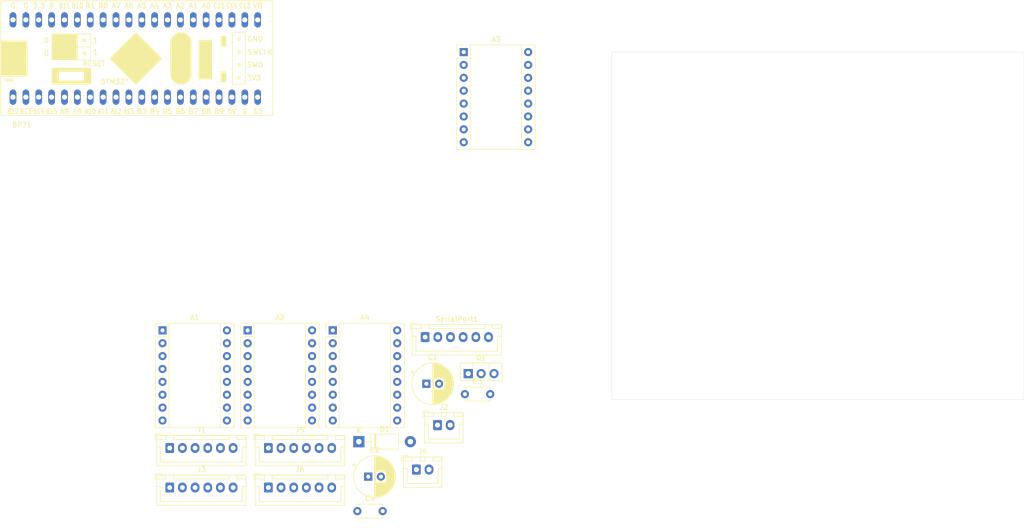
<source format=kicad_pcb>
(kicad_pcb (version 20171130) (host pcbnew 5.1.6-1.fc31)

  (general
    (thickness 1.6)
    (drawings 4)
    (tracks 0)
    (zones 0)
    (modules 18)
    (nets 90)
  )

  (page A4)
  (layers
    (0 F.Cu signal)
    (31 B.Cu signal)
    (32 B.Adhes user)
    (33 F.Adhes user)
    (34 B.Paste user)
    (35 F.Paste user)
    (36 B.SilkS user)
    (37 F.SilkS user)
    (38 B.Mask user)
    (39 F.Mask user)
    (40 Dwgs.User user)
    (41 Cmts.User user)
    (42 Eco1.User user)
    (43 Eco2.User user)
    (44 Edge.Cuts user)
    (45 Margin user)
    (46 B.CrtYd user)
    (47 F.CrtYd user)
    (48 B.Fab user)
    (49 F.Fab user)
  )

  (setup
    (last_trace_width 0.25)
    (trace_clearance 0.2)
    (zone_clearance 0.508)
    (zone_45_only no)
    (trace_min 0.2)
    (via_size 0.8)
    (via_drill 0.4)
    (via_min_size 0.4)
    (via_min_drill 0.3)
    (uvia_size 0.3)
    (uvia_drill 0.1)
    (uvias_allowed no)
    (uvia_min_size 0.2)
    (uvia_min_drill 0.1)
    (edge_width 0.05)
    (segment_width 0.2)
    (pcb_text_width 0.3)
    (pcb_text_size 1.5 1.5)
    (mod_edge_width 0.12)
    (mod_text_size 1 1)
    (mod_text_width 0.15)
    (pad_size 1.524 1.524)
    (pad_drill 0.762)
    (pad_to_mask_clearance 0.05)
    (aux_axis_origin 0 0)
    (visible_elements FFFFFF7F)
    (pcbplotparams
      (layerselection 0x010fc_ffffffff)
      (usegerberextensions false)
      (usegerberattributes true)
      (usegerberadvancedattributes true)
      (creategerberjobfile true)
      (excludeedgelayer true)
      (linewidth 0.100000)
      (plotframeref false)
      (viasonmask false)
      (mode 1)
      (useauxorigin false)
      (hpglpennumber 1)
      (hpglpenspeed 20)
      (hpglpendiameter 15.000000)
      (psnegative false)
      (psa4output false)
      (plotreference true)
      (plotvalue true)
      (plotinvisibletext false)
      (padsonsilk false)
      (subtractmaskfromsilk false)
      (outputformat 1)
      (mirror false)
      (drillshape 1)
      (scaleselection 1)
      (outputdirectory ""))
  )

  (net 0 "")
  (net 1 "Net-(A1-Pad9)")
  (net 2 "Net-(A1-Pad10)")
  (net 3 "Net-(A1-Pad3)")
  (net 4 "Net-(A1-Pad11)")
  (net 5 "Net-(A1-Pad4)")
  (net 6 "Net-(A1-Pad12)")
  (net 7 "Net-(A1-Pad5)")
  (net 8 "Net-(A1-Pad6)")
  (net 9 "Net-(A1-Pad14)")
  (net 10 "Net-(A1-Pad15)")
  (net 11 "Net-(A1-Pad16)")
  (net 12 "Net-(BP?1-Pad21)")
  (net 13 "Net-(BP?1-Pad22)")
  (net 14 "Net-(BP?1-Pad18)")
  (net 15 "Net-(BP?1-Pad23)")
  (net 16 "Net-(BP?1-Pad17)")
  (net 17 "Net-(BP?1-Pad24)")
  (net 18 "Net-(BP?1-Pad16)")
  (net 19 "Net-(BP?1-Pad25)")
  (net 20 "Net-(BP?1-Pad15)")
  (net 21 "Net-(BP?1-Pad26)")
  (net 22 "Net-(BP?1-Pad14)")
  (net 23 "Net-(BP?1-Pad27)")
  (net 24 "Net-(BP?1-Pad13)")
  (net 25 "Net-(BP?1-Pad28)")
  (net 26 "Net-(BP?1-Pad12)")
  (net 27 "Net-(BP?1-Pad29)")
  (net 28 "Net-(BP?1-Pad11)")
  (net 29 "Net-(BP?1-Pad30)")
  (net 30 "Net-(BP?1-Pad10)")
  (net 31 "Net-(BP?1-Pad31)")
  (net 32 "Net-(BP?1-Pad9)")
  (net 33 "Net-(BP?1-Pad32)")
  (net 34 "Net-(BP?1-Pad8)")
  (net 35 "Net-(BP?1-Pad33)")
  (net 36 "Net-(BP?1-Pad34)")
  (net 37 "Net-(BP?1-Pad35)")
  (net 38 "Net-(BP?1-Pad5)")
  (net 39 "Net-(BP?1-Pad36)")
  (net 40 "Net-(BP?1-Pad4)")
  (net 41 "Net-(BP?1-Pad37)")
  (net 42 "Net-(BP?1-Pad3)")
  (net 43 "Net-(BP?1-Pad38)")
  (net 44 "Net-(BP?1-Pad2)")
  (net 45 Vdrive)
  (net 46 GND)
  (net 47 ICReset)
  (net 48 +3V3)
  (net 49 "Net-(A2-Pad16)")
  (net 50 "Net-(A2-Pad15)")
  (net 51 "Net-(A2-Pad14)")
  (net 52 "Net-(A2-Pad6)")
  (net 53 "Net-(A2-Pad5)")
  (net 54 "Net-(A2-Pad12)")
  (net 55 "Net-(A2-Pad4)")
  (net 56 "Net-(A2-Pad11)")
  (net 57 "Net-(A2-Pad3)")
  (net 58 "Net-(A2-Pad10)")
  (net 59 "Net-(A2-Pad9)")
  (net 60 "Net-(A3-Pad9)")
  (net 61 "Net-(A3-Pad10)")
  (net 62 "Net-(A3-Pad3)")
  (net 63 "Net-(A3-Pad11)")
  (net 64 "Net-(A3-Pad4)")
  (net 65 "Net-(A3-Pad12)")
  (net 66 "Net-(A3-Pad5)")
  (net 67 "Net-(A3-Pad6)")
  (net 68 "Net-(A3-Pad14)")
  (net 69 "Net-(A3-Pad15)")
  (net 70 "Net-(A3-Pad16)")
  (net 71 "Net-(A4-Pad16)")
  (net 72 "Net-(A4-Pad15)")
  (net 73 "Net-(A4-Pad14)")
  (net 74 "Net-(A4-Pad6)")
  (net 75 "Net-(A4-Pad5)")
  (net 76 "Net-(A4-Pad12)")
  (net 77 "Net-(A4-Pad4)")
  (net 78 "Net-(A4-Pad11)")
  (net 79 "Net-(A4-Pad3)")
  (net 80 "Net-(A4-Pad10)")
  (net 81 "Net-(A4-Pad9)")
  (net 82 PA10)
  (net 83 PA9)
  (net 84 "Net-(D1-Pad2)")
  (net 85 "Net-(J2-Pad1)")
  (net 86 "Net-(Q1-Pad3)")
  (net 87 "Net-(SerialPort1-Pad5)")
  (net 88 "Net-(SerialPort1-Pad4)")
  (net 89 "Net-(SerialPort1-Pad1)")

  (net_class Default "This is the default net class."
    (clearance 0.2)
    (trace_width 0.25)
    (via_dia 0.8)
    (via_drill 0.4)
    (uvia_dia 0.3)
    (uvia_drill 0.1)
    (add_net +3V3)
    (add_net GND)
    (add_net ICReset)
    (add_net "Net-(A1-Pad10)")
    (add_net "Net-(A1-Pad11)")
    (add_net "Net-(A1-Pad12)")
    (add_net "Net-(A1-Pad14)")
    (add_net "Net-(A1-Pad15)")
    (add_net "Net-(A1-Pad16)")
    (add_net "Net-(A1-Pad3)")
    (add_net "Net-(A1-Pad4)")
    (add_net "Net-(A1-Pad5)")
    (add_net "Net-(A1-Pad6)")
    (add_net "Net-(A1-Pad9)")
    (add_net "Net-(A2-Pad10)")
    (add_net "Net-(A2-Pad11)")
    (add_net "Net-(A2-Pad12)")
    (add_net "Net-(A2-Pad14)")
    (add_net "Net-(A2-Pad15)")
    (add_net "Net-(A2-Pad16)")
    (add_net "Net-(A2-Pad3)")
    (add_net "Net-(A2-Pad4)")
    (add_net "Net-(A2-Pad5)")
    (add_net "Net-(A2-Pad6)")
    (add_net "Net-(A2-Pad9)")
    (add_net "Net-(A3-Pad10)")
    (add_net "Net-(A3-Pad11)")
    (add_net "Net-(A3-Pad12)")
    (add_net "Net-(A3-Pad14)")
    (add_net "Net-(A3-Pad15)")
    (add_net "Net-(A3-Pad16)")
    (add_net "Net-(A3-Pad3)")
    (add_net "Net-(A3-Pad4)")
    (add_net "Net-(A3-Pad5)")
    (add_net "Net-(A3-Pad6)")
    (add_net "Net-(A3-Pad9)")
    (add_net "Net-(A4-Pad10)")
    (add_net "Net-(A4-Pad11)")
    (add_net "Net-(A4-Pad12)")
    (add_net "Net-(A4-Pad14)")
    (add_net "Net-(A4-Pad15)")
    (add_net "Net-(A4-Pad16)")
    (add_net "Net-(A4-Pad3)")
    (add_net "Net-(A4-Pad4)")
    (add_net "Net-(A4-Pad5)")
    (add_net "Net-(A4-Pad6)")
    (add_net "Net-(A4-Pad9)")
    (add_net "Net-(BP?1-Pad10)")
    (add_net "Net-(BP?1-Pad11)")
    (add_net "Net-(BP?1-Pad12)")
    (add_net "Net-(BP?1-Pad13)")
    (add_net "Net-(BP?1-Pad14)")
    (add_net "Net-(BP?1-Pad15)")
    (add_net "Net-(BP?1-Pad16)")
    (add_net "Net-(BP?1-Pad17)")
    (add_net "Net-(BP?1-Pad18)")
    (add_net "Net-(BP?1-Pad2)")
    (add_net "Net-(BP?1-Pad21)")
    (add_net "Net-(BP?1-Pad22)")
    (add_net "Net-(BP?1-Pad23)")
    (add_net "Net-(BP?1-Pad24)")
    (add_net "Net-(BP?1-Pad25)")
    (add_net "Net-(BP?1-Pad26)")
    (add_net "Net-(BP?1-Pad27)")
    (add_net "Net-(BP?1-Pad28)")
    (add_net "Net-(BP?1-Pad29)")
    (add_net "Net-(BP?1-Pad3)")
    (add_net "Net-(BP?1-Pad30)")
    (add_net "Net-(BP?1-Pad31)")
    (add_net "Net-(BP?1-Pad32)")
    (add_net "Net-(BP?1-Pad33)")
    (add_net "Net-(BP?1-Pad34)")
    (add_net "Net-(BP?1-Pad35)")
    (add_net "Net-(BP?1-Pad36)")
    (add_net "Net-(BP?1-Pad37)")
    (add_net "Net-(BP?1-Pad38)")
    (add_net "Net-(BP?1-Pad4)")
    (add_net "Net-(BP?1-Pad5)")
    (add_net "Net-(BP?1-Pad8)")
    (add_net "Net-(BP?1-Pad9)")
    (add_net "Net-(D1-Pad2)")
    (add_net "Net-(J2-Pad1)")
    (add_net "Net-(Q1-Pad3)")
    (add_net "Net-(SerialPort1-Pad1)")
    (add_net "Net-(SerialPort1-Pad4)")
    (add_net "Net-(SerialPort1-Pad5)")
    (add_net PA10)
    (add_net PA9)
    (add_net Vdrive)
  )

  (module Connector_JST:JST_XH_B6B-XH-A_1x06_P2.50mm_Vertical (layer F.Cu) (tedit 5C28146C) (tstamp 5ECF33BB)
    (at 97.795001 80.345001)
    (descr "JST XH series connector, B6B-XH-A (http://www.jst-mfg.com/product/pdf/eng/eXH.pdf), generated with kicad-footprint-generator")
    (tags "connector JST XH vertical")
    (path /5ED3520C)
    (fp_text reference SerialPort1 (at 6.25 -3.55) (layer F.SilkS)
      (effects (font (size 1 1) (thickness 0.15)))
    )
    (fp_text value Conn_01x06 (at 6.25 4.6) (layer F.Fab)
      (effects (font (size 1 1) (thickness 0.15)))
    )
    (fp_text user %R (at 6.25 2.7) (layer F.Fab)
      (effects (font (size 1 1) (thickness 0.15)))
    )
    (fp_line (start -2.45 -2.35) (end -2.45 3.4) (layer F.Fab) (width 0.1))
    (fp_line (start -2.45 3.4) (end 14.95 3.4) (layer F.Fab) (width 0.1))
    (fp_line (start 14.95 3.4) (end 14.95 -2.35) (layer F.Fab) (width 0.1))
    (fp_line (start 14.95 -2.35) (end -2.45 -2.35) (layer F.Fab) (width 0.1))
    (fp_line (start -2.56 -2.46) (end -2.56 3.51) (layer F.SilkS) (width 0.12))
    (fp_line (start -2.56 3.51) (end 15.06 3.51) (layer F.SilkS) (width 0.12))
    (fp_line (start 15.06 3.51) (end 15.06 -2.46) (layer F.SilkS) (width 0.12))
    (fp_line (start 15.06 -2.46) (end -2.56 -2.46) (layer F.SilkS) (width 0.12))
    (fp_line (start -2.95 -2.85) (end -2.95 3.9) (layer F.CrtYd) (width 0.05))
    (fp_line (start -2.95 3.9) (end 15.45 3.9) (layer F.CrtYd) (width 0.05))
    (fp_line (start 15.45 3.9) (end 15.45 -2.85) (layer F.CrtYd) (width 0.05))
    (fp_line (start 15.45 -2.85) (end -2.95 -2.85) (layer F.CrtYd) (width 0.05))
    (fp_line (start -0.625 -2.35) (end 0 -1.35) (layer F.Fab) (width 0.1))
    (fp_line (start 0 -1.35) (end 0.625 -2.35) (layer F.Fab) (width 0.1))
    (fp_line (start 0.75 -2.45) (end 0.75 -1.7) (layer F.SilkS) (width 0.12))
    (fp_line (start 0.75 -1.7) (end 11.75 -1.7) (layer F.SilkS) (width 0.12))
    (fp_line (start 11.75 -1.7) (end 11.75 -2.45) (layer F.SilkS) (width 0.12))
    (fp_line (start 11.75 -2.45) (end 0.75 -2.45) (layer F.SilkS) (width 0.12))
    (fp_line (start -2.55 -2.45) (end -2.55 -1.7) (layer F.SilkS) (width 0.12))
    (fp_line (start -2.55 -1.7) (end -0.75 -1.7) (layer F.SilkS) (width 0.12))
    (fp_line (start -0.75 -1.7) (end -0.75 -2.45) (layer F.SilkS) (width 0.12))
    (fp_line (start -0.75 -2.45) (end -2.55 -2.45) (layer F.SilkS) (width 0.12))
    (fp_line (start 13.25 -2.45) (end 13.25 -1.7) (layer F.SilkS) (width 0.12))
    (fp_line (start 13.25 -1.7) (end 15.05 -1.7) (layer F.SilkS) (width 0.12))
    (fp_line (start 15.05 -1.7) (end 15.05 -2.45) (layer F.SilkS) (width 0.12))
    (fp_line (start 15.05 -2.45) (end 13.25 -2.45) (layer F.SilkS) (width 0.12))
    (fp_line (start -2.55 -0.2) (end -1.8 -0.2) (layer F.SilkS) (width 0.12))
    (fp_line (start -1.8 -0.2) (end -1.8 2.75) (layer F.SilkS) (width 0.12))
    (fp_line (start -1.8 2.75) (end 6.25 2.75) (layer F.SilkS) (width 0.12))
    (fp_line (start 15.05 -0.2) (end 14.3 -0.2) (layer F.SilkS) (width 0.12))
    (fp_line (start 14.3 -0.2) (end 14.3 2.75) (layer F.SilkS) (width 0.12))
    (fp_line (start 14.3 2.75) (end 6.25 2.75) (layer F.SilkS) (width 0.12))
    (fp_line (start -1.6 -2.75) (end -2.85 -2.75) (layer F.SilkS) (width 0.12))
    (fp_line (start -2.85 -2.75) (end -2.85 -1.5) (layer F.SilkS) (width 0.12))
    (pad 6 thru_hole oval (at 12.5 0) (size 1.7 1.95) (drill 0.95) (layers *.Cu *.Mask)
      (net 46 GND))
    (pad 5 thru_hole oval (at 10 0) (size 1.7 1.95) (drill 0.95) (layers *.Cu *.Mask)
      (net 87 "Net-(SerialPort1-Pad5)"))
    (pad 4 thru_hole oval (at 7.5 0) (size 1.7 1.95) (drill 0.95) (layers *.Cu *.Mask)
      (net 88 "Net-(SerialPort1-Pad4)"))
    (pad 3 thru_hole oval (at 5 0) (size 1.7 1.95) (drill 0.95) (layers *.Cu *.Mask)
      (net 82 PA10))
    (pad 2 thru_hole oval (at 2.5 0) (size 1.7 1.95) (drill 0.95) (layers *.Cu *.Mask)
      (net 83 PA9))
    (pad 1 thru_hole roundrect (at 0 0) (size 1.7 1.95) (drill 0.95) (layers *.Cu *.Mask) (roundrect_rratio 0.147059)
      (net 89 "Net-(SerialPort1-Pad1)"))
    (model ${KISYS3DMOD}/Connector_JST.3dshapes/JST_XH_B6B-XH-A_1x06_P2.50mm_Vertical.wrl
      (at (xyz 0 0 0))
      (scale (xyz 1 1 1))
      (rotate (xyz 0 0 0))
    )
  )

  (module Package_TO_SOT_THT:TO-126-3_Vertical (layer F.Cu) (tedit 5AC8BA0D) (tstamp 5ECF338E)
    (at 106.295001 87.545001)
    (descr "TO-126-3, Vertical, RM 2.54mm, see https://www.diodes.com/assets/Package-Files/TO126.pdf")
    (tags "TO-126-3 Vertical RM 2.54mm")
    (path /5ED142A8)
    (fp_text reference Q1 (at 2.54 -3.12) (layer F.SilkS)
      (effects (font (size 1 1) (thickness 0.15)))
    )
    (fp_text value Q_NPN_Darlington_ECB (at 2.54 2.5) (layer F.Fab)
      (effects (font (size 1 1) (thickness 0.15)))
    )
    (fp_text user %R (at 2.54 -3.12) (layer F.Fab)
      (effects (font (size 1 1) (thickness 0.15)))
    )
    (fp_line (start -1.46 -2) (end -1.46 1.25) (layer F.Fab) (width 0.1))
    (fp_line (start -1.46 1.25) (end 6.54 1.25) (layer F.Fab) (width 0.1))
    (fp_line (start 6.54 1.25) (end 6.54 -2) (layer F.Fab) (width 0.1))
    (fp_line (start 6.54 -2) (end -1.46 -2) (layer F.Fab) (width 0.1))
    (fp_line (start 0.94 -2) (end 0.94 1.25) (layer F.Fab) (width 0.1))
    (fp_line (start 4.14 -2) (end 4.14 1.25) (layer F.Fab) (width 0.1))
    (fp_line (start -1.58 -2.12) (end 6.66 -2.12) (layer F.SilkS) (width 0.12))
    (fp_line (start -1.58 1.37) (end 6.66 1.37) (layer F.SilkS) (width 0.12))
    (fp_line (start -1.58 -2.12) (end -1.58 1.37) (layer F.SilkS) (width 0.12))
    (fp_line (start 6.66 -2.12) (end 6.66 1.37) (layer F.SilkS) (width 0.12))
    (fp_line (start 0.94 -2.12) (end 0.94 -1.05) (layer F.SilkS) (width 0.12))
    (fp_line (start 0.94 1.05) (end 0.94 1.37) (layer F.SilkS) (width 0.12))
    (fp_line (start 4.141 -2.12) (end 4.141 -0.54) (layer F.SilkS) (width 0.12))
    (fp_line (start 4.141 0.54) (end 4.141 1.37) (layer F.SilkS) (width 0.12))
    (fp_line (start -1.71 -2.25) (end -1.71 1.5) (layer F.CrtYd) (width 0.05))
    (fp_line (start -1.71 1.5) (end 6.79 1.5) (layer F.CrtYd) (width 0.05))
    (fp_line (start 6.79 1.5) (end 6.79 -2.25) (layer F.CrtYd) (width 0.05))
    (fp_line (start 6.79 -2.25) (end -1.71 -2.25) (layer F.CrtYd) (width 0.05))
    (pad 3 thru_hole oval (at 5.08 0) (size 1.8 1.8) (drill 1) (layers *.Cu *.Mask)
      (net 86 "Net-(Q1-Pad3)"))
    (pad 2 thru_hole oval (at 2.54 0) (size 1.8 1.8) (drill 1) (layers *.Cu *.Mask)
      (net 84 "Net-(D1-Pad2)"))
    (pad 1 thru_hole rect (at 0 0) (size 1.8 1.8) (drill 1) (layers *.Cu *.Mask)
      (net 46 GND))
    (model ${KISYS3DMOD}/Package_TO_SOT_THT.3dshapes/TO-126-3_Vertical.wrl
      (at (xyz 0 0 0))
      (scale (xyz 1 1 1))
      (rotate (xyz 0 0 0))
    )
  )

  (module Connector_JST:JST_XH_B6B-XH-A_1x06_P2.50mm_Vertical (layer F.Cu) (tedit 5C28146C) (tstamp 5ECF3374)
    (at 66.875001 110.015001)
    (descr "JST XH series connector, B6B-XH-A (http://www.jst-mfg.com/product/pdf/eng/eXH.pdf), generated with kicad-footprint-generator")
    (tags "connector JST XH vertical")
    (path /5ED07F06)
    (fp_text reference J6 (at 6.25 -3.55) (layer F.SilkS)
      (effects (font (size 1 1) (thickness 0.15)))
    )
    (fp_text value Conn_01x04 (at 6.25 4.6) (layer F.Fab)
      (effects (font (size 1 1) (thickness 0.15)))
    )
    (fp_text user %R (at 6.25 2.7) (layer F.Fab)
      (effects (font (size 1 1) (thickness 0.15)))
    )
    (fp_line (start -2.45 -2.35) (end -2.45 3.4) (layer F.Fab) (width 0.1))
    (fp_line (start -2.45 3.4) (end 14.95 3.4) (layer F.Fab) (width 0.1))
    (fp_line (start 14.95 3.4) (end 14.95 -2.35) (layer F.Fab) (width 0.1))
    (fp_line (start 14.95 -2.35) (end -2.45 -2.35) (layer F.Fab) (width 0.1))
    (fp_line (start -2.56 -2.46) (end -2.56 3.51) (layer F.SilkS) (width 0.12))
    (fp_line (start -2.56 3.51) (end 15.06 3.51) (layer F.SilkS) (width 0.12))
    (fp_line (start 15.06 3.51) (end 15.06 -2.46) (layer F.SilkS) (width 0.12))
    (fp_line (start 15.06 -2.46) (end -2.56 -2.46) (layer F.SilkS) (width 0.12))
    (fp_line (start -2.95 -2.85) (end -2.95 3.9) (layer F.CrtYd) (width 0.05))
    (fp_line (start -2.95 3.9) (end 15.45 3.9) (layer F.CrtYd) (width 0.05))
    (fp_line (start 15.45 3.9) (end 15.45 -2.85) (layer F.CrtYd) (width 0.05))
    (fp_line (start 15.45 -2.85) (end -2.95 -2.85) (layer F.CrtYd) (width 0.05))
    (fp_line (start -0.625 -2.35) (end 0 -1.35) (layer F.Fab) (width 0.1))
    (fp_line (start 0 -1.35) (end 0.625 -2.35) (layer F.Fab) (width 0.1))
    (fp_line (start 0.75 -2.45) (end 0.75 -1.7) (layer F.SilkS) (width 0.12))
    (fp_line (start 0.75 -1.7) (end 11.75 -1.7) (layer F.SilkS) (width 0.12))
    (fp_line (start 11.75 -1.7) (end 11.75 -2.45) (layer F.SilkS) (width 0.12))
    (fp_line (start 11.75 -2.45) (end 0.75 -2.45) (layer F.SilkS) (width 0.12))
    (fp_line (start -2.55 -2.45) (end -2.55 -1.7) (layer F.SilkS) (width 0.12))
    (fp_line (start -2.55 -1.7) (end -0.75 -1.7) (layer F.SilkS) (width 0.12))
    (fp_line (start -0.75 -1.7) (end -0.75 -2.45) (layer F.SilkS) (width 0.12))
    (fp_line (start -0.75 -2.45) (end -2.55 -2.45) (layer F.SilkS) (width 0.12))
    (fp_line (start 13.25 -2.45) (end 13.25 -1.7) (layer F.SilkS) (width 0.12))
    (fp_line (start 13.25 -1.7) (end 15.05 -1.7) (layer F.SilkS) (width 0.12))
    (fp_line (start 15.05 -1.7) (end 15.05 -2.45) (layer F.SilkS) (width 0.12))
    (fp_line (start 15.05 -2.45) (end 13.25 -2.45) (layer F.SilkS) (width 0.12))
    (fp_line (start -2.55 -0.2) (end -1.8 -0.2) (layer F.SilkS) (width 0.12))
    (fp_line (start -1.8 -0.2) (end -1.8 2.75) (layer F.SilkS) (width 0.12))
    (fp_line (start -1.8 2.75) (end 6.25 2.75) (layer F.SilkS) (width 0.12))
    (fp_line (start 15.05 -0.2) (end 14.3 -0.2) (layer F.SilkS) (width 0.12))
    (fp_line (start 14.3 -0.2) (end 14.3 2.75) (layer F.SilkS) (width 0.12))
    (fp_line (start 14.3 2.75) (end 6.25 2.75) (layer F.SilkS) (width 0.12))
    (fp_line (start -1.6 -2.75) (end -2.85 -2.75) (layer F.SilkS) (width 0.12))
    (fp_line (start -2.85 -2.75) (end -2.85 -1.5) (layer F.SilkS) (width 0.12))
    (pad 6 thru_hole oval (at 12.5 0) (size 1.7 1.95) (drill 0.95) (layers *.Cu *.Mask))
    (pad 5 thru_hole oval (at 10 0) (size 1.7 1.95) (drill 0.95) (layers *.Cu *.Mask))
    (pad 4 thru_hole oval (at 7.5 0) (size 1.7 1.95) (drill 0.95) (layers *.Cu *.Mask)
      (net 67 "Net-(A3-Pad6)"))
    (pad 3 thru_hole oval (at 5 0) (size 1.7 1.95) (drill 0.95) (layers *.Cu *.Mask)
      (net 66 "Net-(A3-Pad5)"))
    (pad 2 thru_hole oval (at 2.5 0) (size 1.7 1.95) (drill 0.95) (layers *.Cu *.Mask)
      (net 64 "Net-(A3-Pad4)"))
    (pad 1 thru_hole roundrect (at 0 0) (size 1.7 1.95) (drill 0.95) (layers *.Cu *.Mask) (roundrect_rratio 0.147059)
      (net 62 "Net-(A3-Pad3)"))
    (model ${KISYS3DMOD}/Connector_JST.3dshapes/JST_XH_B6B-XH-A_1x06_P2.50mm_Vertical.wrl
      (at (xyz 0 0 0))
      (scale (xyz 1 1 1))
      (rotate (xyz 0 0 0))
    )
  )

  (module Connector_JST:JST_XH_B6B-XH-A_1x06_P2.50mm_Vertical (layer F.Cu) (tedit 5C28146C) (tstamp 5ECF3347)
    (at 66.875001 102.215001)
    (descr "JST XH series connector, B6B-XH-A (http://www.jst-mfg.com/product/pdf/eng/eXH.pdf), generated with kicad-footprint-generator")
    (tags "connector JST XH vertical")
    (path /5ED0839F)
    (fp_text reference J5 (at 6.25 -3.55) (layer F.SilkS)
      (effects (font (size 1 1) (thickness 0.15)))
    )
    (fp_text value Conn_01x04 (at 6.25 4.6) (layer F.Fab)
      (effects (font (size 1 1) (thickness 0.15)))
    )
    (fp_text user %R (at 6.25 2.7) (layer F.Fab)
      (effects (font (size 1 1) (thickness 0.15)))
    )
    (fp_line (start -2.45 -2.35) (end -2.45 3.4) (layer F.Fab) (width 0.1))
    (fp_line (start -2.45 3.4) (end 14.95 3.4) (layer F.Fab) (width 0.1))
    (fp_line (start 14.95 3.4) (end 14.95 -2.35) (layer F.Fab) (width 0.1))
    (fp_line (start 14.95 -2.35) (end -2.45 -2.35) (layer F.Fab) (width 0.1))
    (fp_line (start -2.56 -2.46) (end -2.56 3.51) (layer F.SilkS) (width 0.12))
    (fp_line (start -2.56 3.51) (end 15.06 3.51) (layer F.SilkS) (width 0.12))
    (fp_line (start 15.06 3.51) (end 15.06 -2.46) (layer F.SilkS) (width 0.12))
    (fp_line (start 15.06 -2.46) (end -2.56 -2.46) (layer F.SilkS) (width 0.12))
    (fp_line (start -2.95 -2.85) (end -2.95 3.9) (layer F.CrtYd) (width 0.05))
    (fp_line (start -2.95 3.9) (end 15.45 3.9) (layer F.CrtYd) (width 0.05))
    (fp_line (start 15.45 3.9) (end 15.45 -2.85) (layer F.CrtYd) (width 0.05))
    (fp_line (start 15.45 -2.85) (end -2.95 -2.85) (layer F.CrtYd) (width 0.05))
    (fp_line (start -0.625 -2.35) (end 0 -1.35) (layer F.Fab) (width 0.1))
    (fp_line (start 0 -1.35) (end 0.625 -2.35) (layer F.Fab) (width 0.1))
    (fp_line (start 0.75 -2.45) (end 0.75 -1.7) (layer F.SilkS) (width 0.12))
    (fp_line (start 0.75 -1.7) (end 11.75 -1.7) (layer F.SilkS) (width 0.12))
    (fp_line (start 11.75 -1.7) (end 11.75 -2.45) (layer F.SilkS) (width 0.12))
    (fp_line (start 11.75 -2.45) (end 0.75 -2.45) (layer F.SilkS) (width 0.12))
    (fp_line (start -2.55 -2.45) (end -2.55 -1.7) (layer F.SilkS) (width 0.12))
    (fp_line (start -2.55 -1.7) (end -0.75 -1.7) (layer F.SilkS) (width 0.12))
    (fp_line (start -0.75 -1.7) (end -0.75 -2.45) (layer F.SilkS) (width 0.12))
    (fp_line (start -0.75 -2.45) (end -2.55 -2.45) (layer F.SilkS) (width 0.12))
    (fp_line (start 13.25 -2.45) (end 13.25 -1.7) (layer F.SilkS) (width 0.12))
    (fp_line (start 13.25 -1.7) (end 15.05 -1.7) (layer F.SilkS) (width 0.12))
    (fp_line (start 15.05 -1.7) (end 15.05 -2.45) (layer F.SilkS) (width 0.12))
    (fp_line (start 15.05 -2.45) (end 13.25 -2.45) (layer F.SilkS) (width 0.12))
    (fp_line (start -2.55 -0.2) (end -1.8 -0.2) (layer F.SilkS) (width 0.12))
    (fp_line (start -1.8 -0.2) (end -1.8 2.75) (layer F.SilkS) (width 0.12))
    (fp_line (start -1.8 2.75) (end 6.25 2.75) (layer F.SilkS) (width 0.12))
    (fp_line (start 15.05 -0.2) (end 14.3 -0.2) (layer F.SilkS) (width 0.12))
    (fp_line (start 14.3 -0.2) (end 14.3 2.75) (layer F.SilkS) (width 0.12))
    (fp_line (start 14.3 2.75) (end 6.25 2.75) (layer F.SilkS) (width 0.12))
    (fp_line (start -1.6 -2.75) (end -2.85 -2.75) (layer F.SilkS) (width 0.12))
    (fp_line (start -2.85 -2.75) (end -2.85 -1.5) (layer F.SilkS) (width 0.12))
    (pad 6 thru_hole oval (at 12.5 0) (size 1.7 1.95) (drill 0.95) (layers *.Cu *.Mask))
    (pad 5 thru_hole oval (at 10 0) (size 1.7 1.95) (drill 0.95) (layers *.Cu *.Mask))
    (pad 4 thru_hole oval (at 7.5 0) (size 1.7 1.95) (drill 0.95) (layers *.Cu *.Mask)
      (net 52 "Net-(A2-Pad6)"))
    (pad 3 thru_hole oval (at 5 0) (size 1.7 1.95) (drill 0.95) (layers *.Cu *.Mask)
      (net 53 "Net-(A2-Pad5)"))
    (pad 2 thru_hole oval (at 2.5 0) (size 1.7 1.95) (drill 0.95) (layers *.Cu *.Mask)
      (net 55 "Net-(A2-Pad4)"))
    (pad 1 thru_hole roundrect (at 0 0) (size 1.7 1.95) (drill 0.95) (layers *.Cu *.Mask) (roundrect_rratio 0.147059)
      (net 57 "Net-(A2-Pad3)"))
    (model ${KISYS3DMOD}/Connector_JST.3dshapes/JST_XH_B6B-XH-A_1x06_P2.50mm_Vertical.wrl
      (at (xyz 0 0 0))
      (scale (xyz 1 1 1))
      (rotate (xyz 0 0 0))
    )
  )

  (module Connector_JST:JST_XH_B2B-XH-A_1x02_P2.50mm_Vertical (layer F.Cu) (tedit 5C28146C) (tstamp 5ECF331A)
    (at 96.065001 106.465001)
    (descr "JST XH series connector, B2B-XH-A (http://www.jst-mfg.com/product/pdf/eng/eXH.pdf), generated with kicad-footprint-generator")
    (tags "connector JST XH vertical")
    (path /5ED17FEE)
    (fp_text reference J4 (at 1.25 -3.55) (layer F.SilkS)
      (effects (font (size 1 1) (thickness 0.15)))
    )
    (fp_text value Conn_01x02 (at 1.25 4.6) (layer F.Fab)
      (effects (font (size 1 1) (thickness 0.15)))
    )
    (fp_text user %R (at 1.25 2.7) (layer F.Fab)
      (effects (font (size 1 1) (thickness 0.15)))
    )
    (fp_line (start -2.45 -2.35) (end -2.45 3.4) (layer F.Fab) (width 0.1))
    (fp_line (start -2.45 3.4) (end 4.95 3.4) (layer F.Fab) (width 0.1))
    (fp_line (start 4.95 3.4) (end 4.95 -2.35) (layer F.Fab) (width 0.1))
    (fp_line (start 4.95 -2.35) (end -2.45 -2.35) (layer F.Fab) (width 0.1))
    (fp_line (start -2.56 -2.46) (end -2.56 3.51) (layer F.SilkS) (width 0.12))
    (fp_line (start -2.56 3.51) (end 5.06 3.51) (layer F.SilkS) (width 0.12))
    (fp_line (start 5.06 3.51) (end 5.06 -2.46) (layer F.SilkS) (width 0.12))
    (fp_line (start 5.06 -2.46) (end -2.56 -2.46) (layer F.SilkS) (width 0.12))
    (fp_line (start -2.95 -2.85) (end -2.95 3.9) (layer F.CrtYd) (width 0.05))
    (fp_line (start -2.95 3.9) (end 5.45 3.9) (layer F.CrtYd) (width 0.05))
    (fp_line (start 5.45 3.9) (end 5.45 -2.85) (layer F.CrtYd) (width 0.05))
    (fp_line (start 5.45 -2.85) (end -2.95 -2.85) (layer F.CrtYd) (width 0.05))
    (fp_line (start -0.625 -2.35) (end 0 -1.35) (layer F.Fab) (width 0.1))
    (fp_line (start 0 -1.35) (end 0.625 -2.35) (layer F.Fab) (width 0.1))
    (fp_line (start 0.75 -2.45) (end 0.75 -1.7) (layer F.SilkS) (width 0.12))
    (fp_line (start 0.75 -1.7) (end 1.75 -1.7) (layer F.SilkS) (width 0.12))
    (fp_line (start 1.75 -1.7) (end 1.75 -2.45) (layer F.SilkS) (width 0.12))
    (fp_line (start 1.75 -2.45) (end 0.75 -2.45) (layer F.SilkS) (width 0.12))
    (fp_line (start -2.55 -2.45) (end -2.55 -1.7) (layer F.SilkS) (width 0.12))
    (fp_line (start -2.55 -1.7) (end -0.75 -1.7) (layer F.SilkS) (width 0.12))
    (fp_line (start -0.75 -1.7) (end -0.75 -2.45) (layer F.SilkS) (width 0.12))
    (fp_line (start -0.75 -2.45) (end -2.55 -2.45) (layer F.SilkS) (width 0.12))
    (fp_line (start 3.25 -2.45) (end 3.25 -1.7) (layer F.SilkS) (width 0.12))
    (fp_line (start 3.25 -1.7) (end 5.05 -1.7) (layer F.SilkS) (width 0.12))
    (fp_line (start 5.05 -1.7) (end 5.05 -2.45) (layer F.SilkS) (width 0.12))
    (fp_line (start 5.05 -2.45) (end 3.25 -2.45) (layer F.SilkS) (width 0.12))
    (fp_line (start -2.55 -0.2) (end -1.8 -0.2) (layer F.SilkS) (width 0.12))
    (fp_line (start -1.8 -0.2) (end -1.8 2.75) (layer F.SilkS) (width 0.12))
    (fp_line (start -1.8 2.75) (end 1.25 2.75) (layer F.SilkS) (width 0.12))
    (fp_line (start 5.05 -0.2) (end 4.3 -0.2) (layer F.SilkS) (width 0.12))
    (fp_line (start 4.3 -0.2) (end 4.3 2.75) (layer F.SilkS) (width 0.12))
    (fp_line (start 4.3 2.75) (end 1.25 2.75) (layer F.SilkS) (width 0.12))
    (fp_line (start -1.6 -2.75) (end -2.85 -2.75) (layer F.SilkS) (width 0.12))
    (fp_line (start -2.85 -2.75) (end -2.85 -1.5) (layer F.SilkS) (width 0.12))
    (pad 2 thru_hole oval (at 2.5 0) (size 1.7 2) (drill 1) (layers *.Cu *.Mask)
      (net 84 "Net-(D1-Pad2)"))
    (pad 1 thru_hole roundrect (at 0 0) (size 1.7 2) (drill 1) (layers *.Cu *.Mask) (roundrect_rratio 0.147059)
      (net 45 Vdrive))
    (model ${KISYS3DMOD}/Connector_JST.3dshapes/JST_XH_B2B-XH-A_1x02_P2.50mm_Vertical.wrl
      (at (xyz 0 0 0))
      (scale (xyz 1 1 1))
      (rotate (xyz 0 0 0))
    )
  )

  (module Connector_JST:JST_XH_B6B-XH-A_1x06_P2.50mm_Vertical (layer F.Cu) (tedit 5C28146C) (tstamp 5ECF32F1)
    (at 47.425001 110.015001)
    (descr "JST XH series connector, B6B-XH-A (http://www.jst-mfg.com/product/pdf/eng/eXH.pdf), generated with kicad-footprint-generator")
    (tags "connector JST XH vertical")
    (path /5ED09131)
    (fp_text reference J3 (at 6.25 -3.55) (layer F.SilkS)
      (effects (font (size 1 1) (thickness 0.15)))
    )
    (fp_text value Conn_01x04 (at 6.25 4.6) (layer F.Fab)
      (effects (font (size 1 1) (thickness 0.15)))
    )
    (fp_text user %R (at 6.25 2.7) (layer F.Fab)
      (effects (font (size 1 1) (thickness 0.15)))
    )
    (fp_line (start -2.45 -2.35) (end -2.45 3.4) (layer F.Fab) (width 0.1))
    (fp_line (start -2.45 3.4) (end 14.95 3.4) (layer F.Fab) (width 0.1))
    (fp_line (start 14.95 3.4) (end 14.95 -2.35) (layer F.Fab) (width 0.1))
    (fp_line (start 14.95 -2.35) (end -2.45 -2.35) (layer F.Fab) (width 0.1))
    (fp_line (start -2.56 -2.46) (end -2.56 3.51) (layer F.SilkS) (width 0.12))
    (fp_line (start -2.56 3.51) (end 15.06 3.51) (layer F.SilkS) (width 0.12))
    (fp_line (start 15.06 3.51) (end 15.06 -2.46) (layer F.SilkS) (width 0.12))
    (fp_line (start 15.06 -2.46) (end -2.56 -2.46) (layer F.SilkS) (width 0.12))
    (fp_line (start -2.95 -2.85) (end -2.95 3.9) (layer F.CrtYd) (width 0.05))
    (fp_line (start -2.95 3.9) (end 15.45 3.9) (layer F.CrtYd) (width 0.05))
    (fp_line (start 15.45 3.9) (end 15.45 -2.85) (layer F.CrtYd) (width 0.05))
    (fp_line (start 15.45 -2.85) (end -2.95 -2.85) (layer F.CrtYd) (width 0.05))
    (fp_line (start -0.625 -2.35) (end 0 -1.35) (layer F.Fab) (width 0.1))
    (fp_line (start 0 -1.35) (end 0.625 -2.35) (layer F.Fab) (width 0.1))
    (fp_line (start 0.75 -2.45) (end 0.75 -1.7) (layer F.SilkS) (width 0.12))
    (fp_line (start 0.75 -1.7) (end 11.75 -1.7) (layer F.SilkS) (width 0.12))
    (fp_line (start 11.75 -1.7) (end 11.75 -2.45) (layer F.SilkS) (width 0.12))
    (fp_line (start 11.75 -2.45) (end 0.75 -2.45) (layer F.SilkS) (width 0.12))
    (fp_line (start -2.55 -2.45) (end -2.55 -1.7) (layer F.SilkS) (width 0.12))
    (fp_line (start -2.55 -1.7) (end -0.75 -1.7) (layer F.SilkS) (width 0.12))
    (fp_line (start -0.75 -1.7) (end -0.75 -2.45) (layer F.SilkS) (width 0.12))
    (fp_line (start -0.75 -2.45) (end -2.55 -2.45) (layer F.SilkS) (width 0.12))
    (fp_line (start 13.25 -2.45) (end 13.25 -1.7) (layer F.SilkS) (width 0.12))
    (fp_line (start 13.25 -1.7) (end 15.05 -1.7) (layer F.SilkS) (width 0.12))
    (fp_line (start 15.05 -1.7) (end 15.05 -2.45) (layer F.SilkS) (width 0.12))
    (fp_line (start 15.05 -2.45) (end 13.25 -2.45) (layer F.SilkS) (width 0.12))
    (fp_line (start -2.55 -0.2) (end -1.8 -0.2) (layer F.SilkS) (width 0.12))
    (fp_line (start -1.8 -0.2) (end -1.8 2.75) (layer F.SilkS) (width 0.12))
    (fp_line (start -1.8 2.75) (end 6.25 2.75) (layer F.SilkS) (width 0.12))
    (fp_line (start 15.05 -0.2) (end 14.3 -0.2) (layer F.SilkS) (width 0.12))
    (fp_line (start 14.3 -0.2) (end 14.3 2.75) (layer F.SilkS) (width 0.12))
    (fp_line (start 14.3 2.75) (end 6.25 2.75) (layer F.SilkS) (width 0.12))
    (fp_line (start -1.6 -2.75) (end -2.85 -2.75) (layer F.SilkS) (width 0.12))
    (fp_line (start -2.85 -2.75) (end -2.85 -1.5) (layer F.SilkS) (width 0.12))
    (pad 6 thru_hole oval (at 12.5 0) (size 1.7 1.95) (drill 0.95) (layers *.Cu *.Mask))
    (pad 5 thru_hole oval (at 10 0) (size 1.7 1.95) (drill 0.95) (layers *.Cu *.Mask))
    (pad 4 thru_hole oval (at 7.5 0) (size 1.7 1.95) (drill 0.95) (layers *.Cu *.Mask)
      (net 8 "Net-(A1-Pad6)"))
    (pad 3 thru_hole oval (at 5 0) (size 1.7 1.95) (drill 0.95) (layers *.Cu *.Mask)
      (net 7 "Net-(A1-Pad5)"))
    (pad 2 thru_hole oval (at 2.5 0) (size 1.7 1.95) (drill 0.95) (layers *.Cu *.Mask)
      (net 5 "Net-(A1-Pad4)"))
    (pad 1 thru_hole roundrect (at 0 0) (size 1.7 1.95) (drill 0.95) (layers *.Cu *.Mask) (roundrect_rratio 0.147059)
      (net 3 "Net-(A1-Pad3)"))
    (model ${KISYS3DMOD}/Connector_JST.3dshapes/JST_XH_B6B-XH-A_1x06_P2.50mm_Vertical.wrl
      (at (xyz 0 0 0))
      (scale (xyz 1 1 1))
      (rotate (xyz 0 0 0))
    )
  )

  (module Connector_JST:JST_XH_B2B-XH-A_1x02_P2.50mm_Vertical (layer F.Cu) (tedit 5C28146C) (tstamp 5ECF32C4)
    (at 100.235001 97.695001)
    (descr "JST XH series connector, B2B-XH-A (http://www.jst-mfg.com/product/pdf/eng/eXH.pdf), generated with kicad-footprint-generator")
    (tags "connector JST XH vertical")
    (path /5ED1B6C9)
    (fp_text reference J2 (at 1.25 -3.55) (layer F.SilkS)
      (effects (font (size 1 1) (thickness 0.15)))
    )
    (fp_text value Conn_01x02 (at 1.25 4.6) (layer F.Fab)
      (effects (font (size 1 1) (thickness 0.15)))
    )
    (fp_text user %R (at 1.25 2.7) (layer F.Fab)
      (effects (font (size 1 1) (thickness 0.15)))
    )
    (fp_line (start -2.45 -2.35) (end -2.45 3.4) (layer F.Fab) (width 0.1))
    (fp_line (start -2.45 3.4) (end 4.95 3.4) (layer F.Fab) (width 0.1))
    (fp_line (start 4.95 3.4) (end 4.95 -2.35) (layer F.Fab) (width 0.1))
    (fp_line (start 4.95 -2.35) (end -2.45 -2.35) (layer F.Fab) (width 0.1))
    (fp_line (start -2.56 -2.46) (end -2.56 3.51) (layer F.SilkS) (width 0.12))
    (fp_line (start -2.56 3.51) (end 5.06 3.51) (layer F.SilkS) (width 0.12))
    (fp_line (start 5.06 3.51) (end 5.06 -2.46) (layer F.SilkS) (width 0.12))
    (fp_line (start 5.06 -2.46) (end -2.56 -2.46) (layer F.SilkS) (width 0.12))
    (fp_line (start -2.95 -2.85) (end -2.95 3.9) (layer F.CrtYd) (width 0.05))
    (fp_line (start -2.95 3.9) (end 5.45 3.9) (layer F.CrtYd) (width 0.05))
    (fp_line (start 5.45 3.9) (end 5.45 -2.85) (layer F.CrtYd) (width 0.05))
    (fp_line (start 5.45 -2.85) (end -2.95 -2.85) (layer F.CrtYd) (width 0.05))
    (fp_line (start -0.625 -2.35) (end 0 -1.35) (layer F.Fab) (width 0.1))
    (fp_line (start 0 -1.35) (end 0.625 -2.35) (layer F.Fab) (width 0.1))
    (fp_line (start 0.75 -2.45) (end 0.75 -1.7) (layer F.SilkS) (width 0.12))
    (fp_line (start 0.75 -1.7) (end 1.75 -1.7) (layer F.SilkS) (width 0.12))
    (fp_line (start 1.75 -1.7) (end 1.75 -2.45) (layer F.SilkS) (width 0.12))
    (fp_line (start 1.75 -2.45) (end 0.75 -2.45) (layer F.SilkS) (width 0.12))
    (fp_line (start -2.55 -2.45) (end -2.55 -1.7) (layer F.SilkS) (width 0.12))
    (fp_line (start -2.55 -1.7) (end -0.75 -1.7) (layer F.SilkS) (width 0.12))
    (fp_line (start -0.75 -1.7) (end -0.75 -2.45) (layer F.SilkS) (width 0.12))
    (fp_line (start -0.75 -2.45) (end -2.55 -2.45) (layer F.SilkS) (width 0.12))
    (fp_line (start 3.25 -2.45) (end 3.25 -1.7) (layer F.SilkS) (width 0.12))
    (fp_line (start 3.25 -1.7) (end 5.05 -1.7) (layer F.SilkS) (width 0.12))
    (fp_line (start 5.05 -1.7) (end 5.05 -2.45) (layer F.SilkS) (width 0.12))
    (fp_line (start 5.05 -2.45) (end 3.25 -2.45) (layer F.SilkS) (width 0.12))
    (fp_line (start -2.55 -0.2) (end -1.8 -0.2) (layer F.SilkS) (width 0.12))
    (fp_line (start -1.8 -0.2) (end -1.8 2.75) (layer F.SilkS) (width 0.12))
    (fp_line (start -1.8 2.75) (end 1.25 2.75) (layer F.SilkS) (width 0.12))
    (fp_line (start 5.05 -0.2) (end 4.3 -0.2) (layer F.SilkS) (width 0.12))
    (fp_line (start 4.3 -0.2) (end 4.3 2.75) (layer F.SilkS) (width 0.12))
    (fp_line (start 4.3 2.75) (end 1.25 2.75) (layer F.SilkS) (width 0.12))
    (fp_line (start -1.6 -2.75) (end -2.85 -2.75) (layer F.SilkS) (width 0.12))
    (fp_line (start -2.85 -2.75) (end -2.85 -1.5) (layer F.SilkS) (width 0.12))
    (pad 2 thru_hole oval (at 2.5 0) (size 1.7 2) (drill 1) (layers *.Cu *.Mask)
      (net 46 GND))
    (pad 1 thru_hole roundrect (at 0 0) (size 1.7 2) (drill 1) (layers *.Cu *.Mask) (roundrect_rratio 0.147059)
      (net 85 "Net-(J2-Pad1)"))
    (model ${KISYS3DMOD}/Connector_JST.3dshapes/JST_XH_B2B-XH-A_1x02_P2.50mm_Vertical.wrl
      (at (xyz 0 0 0))
      (scale (xyz 1 1 1))
      (rotate (xyz 0 0 0))
    )
  )

  (module Connector_JST:JST_XH_B6B-XH-A_1x06_P2.50mm_Vertical (layer F.Cu) (tedit 5C28146C) (tstamp 5ECF329B)
    (at 47.425001 102.215001)
    (descr "JST XH series connector, B6B-XH-A (http://www.jst-mfg.com/product/pdf/eng/eXH.pdf), generated with kicad-footprint-generator")
    (tags "connector JST XH vertical")
    (path /5ED03F38)
    (fp_text reference J1 (at 6.25 -3.55) (layer F.SilkS)
      (effects (font (size 1 1) (thickness 0.15)))
    )
    (fp_text value Conn_01x04 (at 6.25 4.6) (layer F.Fab)
      (effects (font (size 1 1) (thickness 0.15)))
    )
    (fp_text user %R (at 6.25 2.7) (layer F.Fab)
      (effects (font (size 1 1) (thickness 0.15)))
    )
    (fp_line (start -2.45 -2.35) (end -2.45 3.4) (layer F.Fab) (width 0.1))
    (fp_line (start -2.45 3.4) (end 14.95 3.4) (layer F.Fab) (width 0.1))
    (fp_line (start 14.95 3.4) (end 14.95 -2.35) (layer F.Fab) (width 0.1))
    (fp_line (start 14.95 -2.35) (end -2.45 -2.35) (layer F.Fab) (width 0.1))
    (fp_line (start -2.56 -2.46) (end -2.56 3.51) (layer F.SilkS) (width 0.12))
    (fp_line (start -2.56 3.51) (end 15.06 3.51) (layer F.SilkS) (width 0.12))
    (fp_line (start 15.06 3.51) (end 15.06 -2.46) (layer F.SilkS) (width 0.12))
    (fp_line (start 15.06 -2.46) (end -2.56 -2.46) (layer F.SilkS) (width 0.12))
    (fp_line (start -2.95 -2.85) (end -2.95 3.9) (layer F.CrtYd) (width 0.05))
    (fp_line (start -2.95 3.9) (end 15.45 3.9) (layer F.CrtYd) (width 0.05))
    (fp_line (start 15.45 3.9) (end 15.45 -2.85) (layer F.CrtYd) (width 0.05))
    (fp_line (start 15.45 -2.85) (end -2.95 -2.85) (layer F.CrtYd) (width 0.05))
    (fp_line (start -0.625 -2.35) (end 0 -1.35) (layer F.Fab) (width 0.1))
    (fp_line (start 0 -1.35) (end 0.625 -2.35) (layer F.Fab) (width 0.1))
    (fp_line (start 0.75 -2.45) (end 0.75 -1.7) (layer F.SilkS) (width 0.12))
    (fp_line (start 0.75 -1.7) (end 11.75 -1.7) (layer F.SilkS) (width 0.12))
    (fp_line (start 11.75 -1.7) (end 11.75 -2.45) (layer F.SilkS) (width 0.12))
    (fp_line (start 11.75 -2.45) (end 0.75 -2.45) (layer F.SilkS) (width 0.12))
    (fp_line (start -2.55 -2.45) (end -2.55 -1.7) (layer F.SilkS) (width 0.12))
    (fp_line (start -2.55 -1.7) (end -0.75 -1.7) (layer F.SilkS) (width 0.12))
    (fp_line (start -0.75 -1.7) (end -0.75 -2.45) (layer F.SilkS) (width 0.12))
    (fp_line (start -0.75 -2.45) (end -2.55 -2.45) (layer F.SilkS) (width 0.12))
    (fp_line (start 13.25 -2.45) (end 13.25 -1.7) (layer F.SilkS) (width 0.12))
    (fp_line (start 13.25 -1.7) (end 15.05 -1.7) (layer F.SilkS) (width 0.12))
    (fp_line (start 15.05 -1.7) (end 15.05 -2.45) (layer F.SilkS) (width 0.12))
    (fp_line (start 15.05 -2.45) (end 13.25 -2.45) (layer F.SilkS) (width 0.12))
    (fp_line (start -2.55 -0.2) (end -1.8 -0.2) (layer F.SilkS) (width 0.12))
    (fp_line (start -1.8 -0.2) (end -1.8 2.75) (layer F.SilkS) (width 0.12))
    (fp_line (start -1.8 2.75) (end 6.25 2.75) (layer F.SilkS) (width 0.12))
    (fp_line (start 15.05 -0.2) (end 14.3 -0.2) (layer F.SilkS) (width 0.12))
    (fp_line (start 14.3 -0.2) (end 14.3 2.75) (layer F.SilkS) (width 0.12))
    (fp_line (start 14.3 2.75) (end 6.25 2.75) (layer F.SilkS) (width 0.12))
    (fp_line (start -1.6 -2.75) (end -2.85 -2.75) (layer F.SilkS) (width 0.12))
    (fp_line (start -2.85 -2.75) (end -2.85 -1.5) (layer F.SilkS) (width 0.12))
    (pad 6 thru_hole oval (at 12.5 0) (size 1.7 1.95) (drill 0.95) (layers *.Cu *.Mask))
    (pad 5 thru_hole oval (at 10 0) (size 1.7 1.95) (drill 0.95) (layers *.Cu *.Mask))
    (pad 4 thru_hole oval (at 7.5 0) (size 1.7 1.95) (drill 0.95) (layers *.Cu *.Mask)
      (net 74 "Net-(A4-Pad6)"))
    (pad 3 thru_hole oval (at 5 0) (size 1.7 1.95) (drill 0.95) (layers *.Cu *.Mask)
      (net 75 "Net-(A4-Pad5)"))
    (pad 2 thru_hole oval (at 2.5 0) (size 1.7 1.95) (drill 0.95) (layers *.Cu *.Mask)
      (net 77 "Net-(A4-Pad4)"))
    (pad 1 thru_hole roundrect (at 0 0) (size 1.7 1.95) (drill 0.95) (layers *.Cu *.Mask) (roundrect_rratio 0.147059)
      (net 79 "Net-(A4-Pad3)"))
    (model ${KISYS3DMOD}/Connector_JST.3dshapes/JST_XH_B6B-XH-A_1x06_P2.50mm_Vertical.wrl
      (at (xyz 0 0 0))
      (scale (xyz 1 1 1))
      (rotate (xyz 0 0 0))
    )
  )

  (module Diode_THT:D_DO-41_SOD81_P10.16mm_Horizontal (layer F.Cu) (tedit 5AE50CD5) (tstamp 5ECF326E)
    (at 84.725001 100.965001)
    (descr "Diode, DO-41_SOD81 series, Axial, Horizontal, pin pitch=10.16mm, , length*diameter=5.2*2.7mm^2, , http://www.diodes.com/_files/packages/DO-41%20(Plastic).pdf")
    (tags "Diode DO-41_SOD81 series Axial Horizontal pin pitch 10.16mm  length 5.2mm diameter 2.7mm")
    (path /5ED14C87)
    (fp_text reference D1 (at 5.08 -2.47) (layer F.SilkS)
      (effects (font (size 1 1) (thickness 0.15)))
    )
    (fp_text value 1N4007 (at 5.08 2.47) (layer F.Fab)
      (effects (font (size 1 1) (thickness 0.15)))
    )
    (fp_text user K (at 0 -2.1) (layer F.SilkS)
      (effects (font (size 1 1) (thickness 0.15)))
    )
    (fp_text user K (at 0 -2.1) (layer F.Fab)
      (effects (font (size 1 1) (thickness 0.15)))
    )
    (fp_text user %R (at 5.47 0) (layer F.Fab)
      (effects (font (size 1 1) (thickness 0.15)))
    )
    (fp_line (start 2.48 -1.35) (end 2.48 1.35) (layer F.Fab) (width 0.1))
    (fp_line (start 2.48 1.35) (end 7.68 1.35) (layer F.Fab) (width 0.1))
    (fp_line (start 7.68 1.35) (end 7.68 -1.35) (layer F.Fab) (width 0.1))
    (fp_line (start 7.68 -1.35) (end 2.48 -1.35) (layer F.Fab) (width 0.1))
    (fp_line (start 0 0) (end 2.48 0) (layer F.Fab) (width 0.1))
    (fp_line (start 10.16 0) (end 7.68 0) (layer F.Fab) (width 0.1))
    (fp_line (start 3.26 -1.35) (end 3.26 1.35) (layer F.Fab) (width 0.1))
    (fp_line (start 3.36 -1.35) (end 3.36 1.35) (layer F.Fab) (width 0.1))
    (fp_line (start 3.16 -1.35) (end 3.16 1.35) (layer F.Fab) (width 0.1))
    (fp_line (start 2.36 -1.47) (end 2.36 1.47) (layer F.SilkS) (width 0.12))
    (fp_line (start 2.36 1.47) (end 7.8 1.47) (layer F.SilkS) (width 0.12))
    (fp_line (start 7.8 1.47) (end 7.8 -1.47) (layer F.SilkS) (width 0.12))
    (fp_line (start 7.8 -1.47) (end 2.36 -1.47) (layer F.SilkS) (width 0.12))
    (fp_line (start 1.34 0) (end 2.36 0) (layer F.SilkS) (width 0.12))
    (fp_line (start 8.82 0) (end 7.8 0) (layer F.SilkS) (width 0.12))
    (fp_line (start 3.26 -1.47) (end 3.26 1.47) (layer F.SilkS) (width 0.12))
    (fp_line (start 3.38 -1.47) (end 3.38 1.47) (layer F.SilkS) (width 0.12))
    (fp_line (start 3.14 -1.47) (end 3.14 1.47) (layer F.SilkS) (width 0.12))
    (fp_line (start -1.35 -1.6) (end -1.35 1.6) (layer F.CrtYd) (width 0.05))
    (fp_line (start -1.35 1.6) (end 11.51 1.6) (layer F.CrtYd) (width 0.05))
    (fp_line (start 11.51 1.6) (end 11.51 -1.6) (layer F.CrtYd) (width 0.05))
    (fp_line (start 11.51 -1.6) (end -1.35 -1.6) (layer F.CrtYd) (width 0.05))
    (pad 2 thru_hole oval (at 10.16 0) (size 2.2 2.2) (drill 1.1) (layers *.Cu *.Mask)
      (net 84 "Net-(D1-Pad2)"))
    (pad 1 thru_hole rect (at 0 0) (size 2.2 2.2) (drill 1.1) (layers *.Cu *.Mask)
      (net 45 Vdrive))
    (model ${KISYS3DMOD}/Diode_THT.3dshapes/D_DO-41_SOD81_P10.16mm_Horizontal.wrl
      (at (xyz 0 0 0))
      (scale (xyz 1 1 1))
      (rotate (xyz 0 0 0))
    )
  )

  (module Capacitor_THT:C_Disc_D4.7mm_W2.5mm_P5.00mm (layer F.Cu) (tedit 5AE50EF0) (tstamp 5ECF324F)
    (at 84.425001 114.665001)
    (descr "C, Disc series, Radial, pin pitch=5.00mm, , diameter*width=4.7*2.5mm^2, Capacitor, http://www.vishay.com/docs/45233/krseries.pdf")
    (tags "C Disc series Radial pin pitch 5.00mm  diameter 4.7mm width 2.5mm Capacitor")
    (path /5ED2400A)
    (fp_text reference C4 (at 2.5 -2.5) (layer F.SilkS)
      (effects (font (size 1 1) (thickness 0.15)))
    )
    (fp_text value C (at 2.5 2.5) (layer F.Fab)
      (effects (font (size 1 1) (thickness 0.15)))
    )
    (fp_text user %R (at 2.5 0) (layer F.Fab)
      (effects (font (size 0.94 0.94) (thickness 0.141)))
    )
    (fp_line (start 0.15 -1.25) (end 0.15 1.25) (layer F.Fab) (width 0.1))
    (fp_line (start 0.15 1.25) (end 4.85 1.25) (layer F.Fab) (width 0.1))
    (fp_line (start 4.85 1.25) (end 4.85 -1.25) (layer F.Fab) (width 0.1))
    (fp_line (start 4.85 -1.25) (end 0.15 -1.25) (layer F.Fab) (width 0.1))
    (fp_line (start 0.03 -1.37) (end 4.97 -1.37) (layer F.SilkS) (width 0.12))
    (fp_line (start 0.03 1.37) (end 4.97 1.37) (layer F.SilkS) (width 0.12))
    (fp_line (start 0.03 -1.37) (end 0.03 -1.055) (layer F.SilkS) (width 0.12))
    (fp_line (start 0.03 1.055) (end 0.03 1.37) (layer F.SilkS) (width 0.12))
    (fp_line (start 4.97 -1.37) (end 4.97 -1.055) (layer F.SilkS) (width 0.12))
    (fp_line (start 4.97 1.055) (end 4.97 1.37) (layer F.SilkS) (width 0.12))
    (fp_line (start -1.05 -1.5) (end -1.05 1.5) (layer F.CrtYd) (width 0.05))
    (fp_line (start -1.05 1.5) (end 6.05 1.5) (layer F.CrtYd) (width 0.05))
    (fp_line (start 6.05 1.5) (end 6.05 -1.5) (layer F.CrtYd) (width 0.05))
    (fp_line (start 6.05 -1.5) (end -1.05 -1.5) (layer F.CrtYd) (width 0.05))
    (pad 2 thru_hole circle (at 5 0) (size 1.6 1.6) (drill 0.8) (layers *.Cu *.Mask)
      (net 46 GND))
    (pad 1 thru_hole circle (at 0 0) (size 1.6 1.6) (drill 0.8) (layers *.Cu *.Mask)
      (net 45 Vdrive))
    (model ${KISYS3DMOD}/Capacitor_THT.3dshapes/C_Disc_D4.7mm_W2.5mm_P5.00mm.wrl
      (at (xyz 0 0 0))
      (scale (xyz 1 1 1))
      (rotate (xyz 0 0 0))
    )
  )

  (module Capacitor_THT:C_Disc_D4.7mm_W2.5mm_P5.00mm (layer F.Cu) (tedit 5AE50EF0) (tstamp 5ECF323A)
    (at 105.635001 91.595001)
    (descr "C, Disc series, Radial, pin pitch=5.00mm, , diameter*width=4.7*2.5mm^2, Capacitor, http://www.vishay.com/docs/45233/krseries.pdf")
    (tags "C Disc series Radial pin pitch 5.00mm  diameter 4.7mm width 2.5mm Capacitor")
    (path /5ED2C112)
    (fp_text reference C3 (at 2.5 -2.5) (layer F.SilkS)
      (effects (font (size 1 1) (thickness 0.15)))
    )
    (fp_text value C (at 2.5 2.5) (layer F.Fab)
      (effects (font (size 1 1) (thickness 0.15)))
    )
    (fp_text user %R (at 2.5 0) (layer F.Fab)
      (effects (font (size 0.94 0.94) (thickness 0.141)))
    )
    (fp_line (start 0.15 -1.25) (end 0.15 1.25) (layer F.Fab) (width 0.1))
    (fp_line (start 0.15 1.25) (end 4.85 1.25) (layer F.Fab) (width 0.1))
    (fp_line (start 4.85 1.25) (end 4.85 -1.25) (layer F.Fab) (width 0.1))
    (fp_line (start 4.85 -1.25) (end 0.15 -1.25) (layer F.Fab) (width 0.1))
    (fp_line (start 0.03 -1.37) (end 4.97 -1.37) (layer F.SilkS) (width 0.12))
    (fp_line (start 0.03 1.37) (end 4.97 1.37) (layer F.SilkS) (width 0.12))
    (fp_line (start 0.03 -1.37) (end 0.03 -1.055) (layer F.SilkS) (width 0.12))
    (fp_line (start 0.03 1.055) (end 0.03 1.37) (layer F.SilkS) (width 0.12))
    (fp_line (start 4.97 -1.37) (end 4.97 -1.055) (layer F.SilkS) (width 0.12))
    (fp_line (start 4.97 1.055) (end 4.97 1.37) (layer F.SilkS) (width 0.12))
    (fp_line (start -1.05 -1.5) (end -1.05 1.5) (layer F.CrtYd) (width 0.05))
    (fp_line (start -1.05 1.5) (end 6.05 1.5) (layer F.CrtYd) (width 0.05))
    (fp_line (start 6.05 1.5) (end 6.05 -1.5) (layer F.CrtYd) (width 0.05))
    (fp_line (start 6.05 -1.5) (end -1.05 -1.5) (layer F.CrtYd) (width 0.05))
    (pad 2 thru_hole circle (at 5 0) (size 1.6 1.6) (drill 0.8) (layers *.Cu *.Mask)
      (net 46 GND))
    (pad 1 thru_hole circle (at 0 0) (size 1.6 1.6) (drill 0.8) (layers *.Cu *.Mask)
      (net 48 +3V3))
    (model ${KISYS3DMOD}/Capacitor_THT.3dshapes/C_Disc_D4.7mm_W2.5mm_P5.00mm.wrl
      (at (xyz 0 0 0))
      (scale (xyz 1 1 1))
      (rotate (xyz 0 0 0))
    )
  )

  (module Capacitor_THT:CP_Radial_D8.0mm_P2.50mm (layer F.Cu) (tedit 5AE50EF0) (tstamp 5ECF3225)
    (at 86.569699 107.865001)
    (descr "CP, Radial series, Radial, pin pitch=2.50mm, , diameter=8mm, Electrolytic Capacitor")
    (tags "CP Radial series Radial pin pitch 2.50mm  diameter 8mm Electrolytic Capacitor")
    (path /5ED1EAD0)
    (fp_text reference C2 (at 1.25 -5.25) (layer F.SilkS)
      (effects (font (size 1 1) (thickness 0.15)))
    )
    (fp_text value CP (at 1.25 5.25) (layer F.Fab)
      (effects (font (size 1 1) (thickness 0.15)))
    )
    (fp_text user %R (at 1.25 0) (layer F.Fab)
      (effects (font (size 1 1) (thickness 0.15)))
    )
    (fp_circle (center 1.25 0) (end 5.25 0) (layer F.Fab) (width 0.1))
    (fp_circle (center 1.25 0) (end 5.37 0) (layer F.SilkS) (width 0.12))
    (fp_circle (center 1.25 0) (end 5.5 0) (layer F.CrtYd) (width 0.05))
    (fp_line (start -2.176759 -1.7475) (end -1.376759 -1.7475) (layer F.Fab) (width 0.1))
    (fp_line (start -1.776759 -2.1475) (end -1.776759 -1.3475) (layer F.Fab) (width 0.1))
    (fp_line (start 1.25 -4.08) (end 1.25 4.08) (layer F.SilkS) (width 0.12))
    (fp_line (start 1.29 -4.08) (end 1.29 4.08) (layer F.SilkS) (width 0.12))
    (fp_line (start 1.33 -4.08) (end 1.33 4.08) (layer F.SilkS) (width 0.12))
    (fp_line (start 1.37 -4.079) (end 1.37 4.079) (layer F.SilkS) (width 0.12))
    (fp_line (start 1.41 -4.077) (end 1.41 4.077) (layer F.SilkS) (width 0.12))
    (fp_line (start 1.45 -4.076) (end 1.45 4.076) (layer F.SilkS) (width 0.12))
    (fp_line (start 1.49 -4.074) (end 1.49 -1.04) (layer F.SilkS) (width 0.12))
    (fp_line (start 1.49 1.04) (end 1.49 4.074) (layer F.SilkS) (width 0.12))
    (fp_line (start 1.53 -4.071) (end 1.53 -1.04) (layer F.SilkS) (width 0.12))
    (fp_line (start 1.53 1.04) (end 1.53 4.071) (layer F.SilkS) (width 0.12))
    (fp_line (start 1.57 -4.068) (end 1.57 -1.04) (layer F.SilkS) (width 0.12))
    (fp_line (start 1.57 1.04) (end 1.57 4.068) (layer F.SilkS) (width 0.12))
    (fp_line (start 1.61 -4.065) (end 1.61 -1.04) (layer F.SilkS) (width 0.12))
    (fp_line (start 1.61 1.04) (end 1.61 4.065) (layer F.SilkS) (width 0.12))
    (fp_line (start 1.65 -4.061) (end 1.65 -1.04) (layer F.SilkS) (width 0.12))
    (fp_line (start 1.65 1.04) (end 1.65 4.061) (layer F.SilkS) (width 0.12))
    (fp_line (start 1.69 -4.057) (end 1.69 -1.04) (layer F.SilkS) (width 0.12))
    (fp_line (start 1.69 1.04) (end 1.69 4.057) (layer F.SilkS) (width 0.12))
    (fp_line (start 1.73 -4.052) (end 1.73 -1.04) (layer F.SilkS) (width 0.12))
    (fp_line (start 1.73 1.04) (end 1.73 4.052) (layer F.SilkS) (width 0.12))
    (fp_line (start 1.77 -4.048) (end 1.77 -1.04) (layer F.SilkS) (width 0.12))
    (fp_line (start 1.77 1.04) (end 1.77 4.048) (layer F.SilkS) (width 0.12))
    (fp_line (start 1.81 -4.042) (end 1.81 -1.04) (layer F.SilkS) (width 0.12))
    (fp_line (start 1.81 1.04) (end 1.81 4.042) (layer F.SilkS) (width 0.12))
    (fp_line (start 1.85 -4.037) (end 1.85 -1.04) (layer F.SilkS) (width 0.12))
    (fp_line (start 1.85 1.04) (end 1.85 4.037) (layer F.SilkS) (width 0.12))
    (fp_line (start 1.89 -4.03) (end 1.89 -1.04) (layer F.SilkS) (width 0.12))
    (fp_line (start 1.89 1.04) (end 1.89 4.03) (layer F.SilkS) (width 0.12))
    (fp_line (start 1.93 -4.024) (end 1.93 -1.04) (layer F.SilkS) (width 0.12))
    (fp_line (start 1.93 1.04) (end 1.93 4.024) (layer F.SilkS) (width 0.12))
    (fp_line (start 1.971 -4.017) (end 1.971 -1.04) (layer F.SilkS) (width 0.12))
    (fp_line (start 1.971 1.04) (end 1.971 4.017) (layer F.SilkS) (width 0.12))
    (fp_line (start 2.011 -4.01) (end 2.011 -1.04) (layer F.SilkS) (width 0.12))
    (fp_line (start 2.011 1.04) (end 2.011 4.01) (layer F.SilkS) (width 0.12))
    (fp_line (start 2.051 -4.002) (end 2.051 -1.04) (layer F.SilkS) (width 0.12))
    (fp_line (start 2.051 1.04) (end 2.051 4.002) (layer F.SilkS) (width 0.12))
    (fp_line (start 2.091 -3.994) (end 2.091 -1.04) (layer F.SilkS) (width 0.12))
    (fp_line (start 2.091 1.04) (end 2.091 3.994) (layer F.SilkS) (width 0.12))
    (fp_line (start 2.131 -3.985) (end 2.131 -1.04) (layer F.SilkS) (width 0.12))
    (fp_line (start 2.131 1.04) (end 2.131 3.985) (layer F.SilkS) (width 0.12))
    (fp_line (start 2.171 -3.976) (end 2.171 -1.04) (layer F.SilkS) (width 0.12))
    (fp_line (start 2.171 1.04) (end 2.171 3.976) (layer F.SilkS) (width 0.12))
    (fp_line (start 2.211 -3.967) (end 2.211 -1.04) (layer F.SilkS) (width 0.12))
    (fp_line (start 2.211 1.04) (end 2.211 3.967) (layer F.SilkS) (width 0.12))
    (fp_line (start 2.251 -3.957) (end 2.251 -1.04) (layer F.SilkS) (width 0.12))
    (fp_line (start 2.251 1.04) (end 2.251 3.957) (layer F.SilkS) (width 0.12))
    (fp_line (start 2.291 -3.947) (end 2.291 -1.04) (layer F.SilkS) (width 0.12))
    (fp_line (start 2.291 1.04) (end 2.291 3.947) (layer F.SilkS) (width 0.12))
    (fp_line (start 2.331 -3.936) (end 2.331 -1.04) (layer F.SilkS) (width 0.12))
    (fp_line (start 2.331 1.04) (end 2.331 3.936) (layer F.SilkS) (width 0.12))
    (fp_line (start 2.371 -3.925) (end 2.371 -1.04) (layer F.SilkS) (width 0.12))
    (fp_line (start 2.371 1.04) (end 2.371 3.925) (layer F.SilkS) (width 0.12))
    (fp_line (start 2.411 -3.914) (end 2.411 -1.04) (layer F.SilkS) (width 0.12))
    (fp_line (start 2.411 1.04) (end 2.411 3.914) (layer F.SilkS) (width 0.12))
    (fp_line (start 2.451 -3.902) (end 2.451 -1.04) (layer F.SilkS) (width 0.12))
    (fp_line (start 2.451 1.04) (end 2.451 3.902) (layer F.SilkS) (width 0.12))
    (fp_line (start 2.491 -3.889) (end 2.491 -1.04) (layer F.SilkS) (width 0.12))
    (fp_line (start 2.491 1.04) (end 2.491 3.889) (layer F.SilkS) (width 0.12))
    (fp_line (start 2.531 -3.877) (end 2.531 -1.04) (layer F.SilkS) (width 0.12))
    (fp_line (start 2.531 1.04) (end 2.531 3.877) (layer F.SilkS) (width 0.12))
    (fp_line (start 2.571 -3.863) (end 2.571 -1.04) (layer F.SilkS) (width 0.12))
    (fp_line (start 2.571 1.04) (end 2.571 3.863) (layer F.SilkS) (width 0.12))
    (fp_line (start 2.611 -3.85) (end 2.611 -1.04) (layer F.SilkS) (width 0.12))
    (fp_line (start 2.611 1.04) (end 2.611 3.85) (layer F.SilkS) (width 0.12))
    (fp_line (start 2.651 -3.835) (end 2.651 -1.04) (layer F.SilkS) (width 0.12))
    (fp_line (start 2.651 1.04) (end 2.651 3.835) (layer F.SilkS) (width 0.12))
    (fp_line (start 2.691 -3.821) (end 2.691 -1.04) (layer F.SilkS) (width 0.12))
    (fp_line (start 2.691 1.04) (end 2.691 3.821) (layer F.SilkS) (width 0.12))
    (fp_line (start 2.731 -3.805) (end 2.731 -1.04) (layer F.SilkS) (width 0.12))
    (fp_line (start 2.731 1.04) (end 2.731 3.805) (layer F.SilkS) (width 0.12))
    (fp_line (start 2.771 -3.79) (end 2.771 -1.04) (layer F.SilkS) (width 0.12))
    (fp_line (start 2.771 1.04) (end 2.771 3.79) (layer F.SilkS) (width 0.12))
    (fp_line (start 2.811 -3.774) (end 2.811 -1.04) (layer F.SilkS) (width 0.12))
    (fp_line (start 2.811 1.04) (end 2.811 3.774) (layer F.SilkS) (width 0.12))
    (fp_line (start 2.851 -3.757) (end 2.851 -1.04) (layer F.SilkS) (width 0.12))
    (fp_line (start 2.851 1.04) (end 2.851 3.757) (layer F.SilkS) (width 0.12))
    (fp_line (start 2.891 -3.74) (end 2.891 -1.04) (layer F.SilkS) (width 0.12))
    (fp_line (start 2.891 1.04) (end 2.891 3.74) (layer F.SilkS) (width 0.12))
    (fp_line (start 2.931 -3.722) (end 2.931 -1.04) (layer F.SilkS) (width 0.12))
    (fp_line (start 2.931 1.04) (end 2.931 3.722) (layer F.SilkS) (width 0.12))
    (fp_line (start 2.971 -3.704) (end 2.971 -1.04) (layer F.SilkS) (width 0.12))
    (fp_line (start 2.971 1.04) (end 2.971 3.704) (layer F.SilkS) (width 0.12))
    (fp_line (start 3.011 -3.686) (end 3.011 -1.04) (layer F.SilkS) (width 0.12))
    (fp_line (start 3.011 1.04) (end 3.011 3.686) (layer F.SilkS) (width 0.12))
    (fp_line (start 3.051 -3.666) (end 3.051 -1.04) (layer F.SilkS) (width 0.12))
    (fp_line (start 3.051 1.04) (end 3.051 3.666) (layer F.SilkS) (width 0.12))
    (fp_line (start 3.091 -3.647) (end 3.091 -1.04) (layer F.SilkS) (width 0.12))
    (fp_line (start 3.091 1.04) (end 3.091 3.647) (layer F.SilkS) (width 0.12))
    (fp_line (start 3.131 -3.627) (end 3.131 -1.04) (layer F.SilkS) (width 0.12))
    (fp_line (start 3.131 1.04) (end 3.131 3.627) (layer F.SilkS) (width 0.12))
    (fp_line (start 3.171 -3.606) (end 3.171 -1.04) (layer F.SilkS) (width 0.12))
    (fp_line (start 3.171 1.04) (end 3.171 3.606) (layer F.SilkS) (width 0.12))
    (fp_line (start 3.211 -3.584) (end 3.211 -1.04) (layer F.SilkS) (width 0.12))
    (fp_line (start 3.211 1.04) (end 3.211 3.584) (layer F.SilkS) (width 0.12))
    (fp_line (start 3.251 -3.562) (end 3.251 -1.04) (layer F.SilkS) (width 0.12))
    (fp_line (start 3.251 1.04) (end 3.251 3.562) (layer F.SilkS) (width 0.12))
    (fp_line (start 3.291 -3.54) (end 3.291 -1.04) (layer F.SilkS) (width 0.12))
    (fp_line (start 3.291 1.04) (end 3.291 3.54) (layer F.SilkS) (width 0.12))
    (fp_line (start 3.331 -3.517) (end 3.331 -1.04) (layer F.SilkS) (width 0.12))
    (fp_line (start 3.331 1.04) (end 3.331 3.517) (layer F.SilkS) (width 0.12))
    (fp_line (start 3.371 -3.493) (end 3.371 -1.04) (layer F.SilkS) (width 0.12))
    (fp_line (start 3.371 1.04) (end 3.371 3.493) (layer F.SilkS) (width 0.12))
    (fp_line (start 3.411 -3.469) (end 3.411 -1.04) (layer F.SilkS) (width 0.12))
    (fp_line (start 3.411 1.04) (end 3.411 3.469) (layer F.SilkS) (width 0.12))
    (fp_line (start 3.451 -3.444) (end 3.451 -1.04) (layer F.SilkS) (width 0.12))
    (fp_line (start 3.451 1.04) (end 3.451 3.444) (layer F.SilkS) (width 0.12))
    (fp_line (start 3.491 -3.418) (end 3.491 -1.04) (layer F.SilkS) (width 0.12))
    (fp_line (start 3.491 1.04) (end 3.491 3.418) (layer F.SilkS) (width 0.12))
    (fp_line (start 3.531 -3.392) (end 3.531 -1.04) (layer F.SilkS) (width 0.12))
    (fp_line (start 3.531 1.04) (end 3.531 3.392) (layer F.SilkS) (width 0.12))
    (fp_line (start 3.571 -3.365) (end 3.571 3.365) (layer F.SilkS) (width 0.12))
    (fp_line (start 3.611 -3.338) (end 3.611 3.338) (layer F.SilkS) (width 0.12))
    (fp_line (start 3.651 -3.309) (end 3.651 3.309) (layer F.SilkS) (width 0.12))
    (fp_line (start 3.691 -3.28) (end 3.691 3.28) (layer F.SilkS) (width 0.12))
    (fp_line (start 3.731 -3.25) (end 3.731 3.25) (layer F.SilkS) (width 0.12))
    (fp_line (start 3.771 -3.22) (end 3.771 3.22) (layer F.SilkS) (width 0.12))
    (fp_line (start 3.811 -3.189) (end 3.811 3.189) (layer F.SilkS) (width 0.12))
    (fp_line (start 3.851 -3.156) (end 3.851 3.156) (layer F.SilkS) (width 0.12))
    (fp_line (start 3.891 -3.124) (end 3.891 3.124) (layer F.SilkS) (width 0.12))
    (fp_line (start 3.931 -3.09) (end 3.931 3.09) (layer F.SilkS) (width 0.12))
    (fp_line (start 3.971 -3.055) (end 3.971 3.055) (layer F.SilkS) (width 0.12))
    (fp_line (start 4.011 -3.019) (end 4.011 3.019) (layer F.SilkS) (width 0.12))
    (fp_line (start 4.051 -2.983) (end 4.051 2.983) (layer F.SilkS) (width 0.12))
    (fp_line (start 4.091 -2.945) (end 4.091 2.945) (layer F.SilkS) (width 0.12))
    (fp_line (start 4.131 -2.907) (end 4.131 2.907) (layer F.SilkS) (width 0.12))
    (fp_line (start 4.171 -2.867) (end 4.171 2.867) (layer F.SilkS) (width 0.12))
    (fp_line (start 4.211 -2.826) (end 4.211 2.826) (layer F.SilkS) (width 0.12))
    (fp_line (start 4.251 -2.784) (end 4.251 2.784) (layer F.SilkS) (width 0.12))
    (fp_line (start 4.291 -2.741) (end 4.291 2.741) (layer F.SilkS) (width 0.12))
    (fp_line (start 4.331 -2.697) (end 4.331 2.697) (layer F.SilkS) (width 0.12))
    (fp_line (start 4.371 -2.651) (end 4.371 2.651) (layer F.SilkS) (width 0.12))
    (fp_line (start 4.411 -2.604) (end 4.411 2.604) (layer F.SilkS) (width 0.12))
    (fp_line (start 4.451 -2.556) (end 4.451 2.556) (layer F.SilkS) (width 0.12))
    (fp_line (start 4.491 -2.505) (end 4.491 2.505) (layer F.SilkS) (width 0.12))
    (fp_line (start 4.531 -2.454) (end 4.531 2.454) (layer F.SilkS) (width 0.12))
    (fp_line (start 4.571 -2.4) (end 4.571 2.4) (layer F.SilkS) (width 0.12))
    (fp_line (start 4.611 -2.345) (end 4.611 2.345) (layer F.SilkS) (width 0.12))
    (fp_line (start 4.651 -2.287) (end 4.651 2.287) (layer F.SilkS) (width 0.12))
    (fp_line (start 4.691 -2.228) (end 4.691 2.228) (layer F.SilkS) (width 0.12))
    (fp_line (start 4.731 -2.166) (end 4.731 2.166) (layer F.SilkS) (width 0.12))
    (fp_line (start 4.771 -2.102) (end 4.771 2.102) (layer F.SilkS) (width 0.12))
    (fp_line (start 4.811 -2.034) (end 4.811 2.034) (layer F.SilkS) (width 0.12))
    (fp_line (start 4.851 -1.964) (end 4.851 1.964) (layer F.SilkS) (width 0.12))
    (fp_line (start 4.891 -1.89) (end 4.891 1.89) (layer F.SilkS) (width 0.12))
    (fp_line (start 4.931 -1.813) (end 4.931 1.813) (layer F.SilkS) (width 0.12))
    (fp_line (start 4.971 -1.731) (end 4.971 1.731) (layer F.SilkS) (width 0.12))
    (fp_line (start 5.011 -1.645) (end 5.011 1.645) (layer F.SilkS) (width 0.12))
    (fp_line (start 5.051 -1.552) (end 5.051 1.552) (layer F.SilkS) (width 0.12))
    (fp_line (start 5.091 -1.453) (end 5.091 1.453) (layer F.SilkS) (width 0.12))
    (fp_line (start 5.131 -1.346) (end 5.131 1.346) (layer F.SilkS) (width 0.12))
    (fp_line (start 5.171 -1.229) (end 5.171 1.229) (layer F.SilkS) (width 0.12))
    (fp_line (start 5.211 -1.098) (end 5.211 1.098) (layer F.SilkS) (width 0.12))
    (fp_line (start 5.251 -0.948) (end 5.251 0.948) (layer F.SilkS) (width 0.12))
    (fp_line (start 5.291 -0.768) (end 5.291 0.768) (layer F.SilkS) (width 0.12))
    (fp_line (start 5.331 -0.533) (end 5.331 0.533) (layer F.SilkS) (width 0.12))
    (fp_line (start -3.159698 -2.315) (end -2.359698 -2.315) (layer F.SilkS) (width 0.12))
    (fp_line (start -2.759698 -2.715) (end -2.759698 -1.915) (layer F.SilkS) (width 0.12))
    (pad 2 thru_hole circle (at 2.5 0) (size 1.6 1.6) (drill 0.8) (layers *.Cu *.Mask)
      (net 46 GND))
    (pad 1 thru_hole rect (at 0 0) (size 1.6 1.6) (drill 0.8) (layers *.Cu *.Mask)
      (net 45 Vdrive))
    (model ${KISYS3DMOD}/Capacitor_THT.3dshapes/CP_Radial_D8.0mm_P2.50mm.wrl
      (at (xyz 0 0 0))
      (scale (xyz 1 1 1))
      (rotate (xyz 0 0 0))
    )
  )

  (module Capacitor_THT:CP_Radial_D8.0mm_P2.50mm (layer F.Cu) (tedit 5AE50EF0) (tstamp 5ECF317C)
    (at 98.039699 89.545001)
    (descr "CP, Radial series, Radial, pin pitch=2.50mm, , diameter=8mm, Electrolytic Capacitor")
    (tags "CP Radial series Radial pin pitch 2.50mm  diameter 8mm Electrolytic Capacitor")
    (path /5ED221E5)
    (fp_text reference C1 (at 1.25 -5.25) (layer F.SilkS)
      (effects (font (size 1 1) (thickness 0.15)))
    )
    (fp_text value CP (at 1.25 5.25) (layer F.Fab)
      (effects (font (size 1 1) (thickness 0.15)))
    )
    (fp_text user %R (at 1.25 0) (layer F.Fab)
      (effects (font (size 1 1) (thickness 0.15)))
    )
    (fp_circle (center 1.25 0) (end 5.25 0) (layer F.Fab) (width 0.1))
    (fp_circle (center 1.25 0) (end 5.37 0) (layer F.SilkS) (width 0.12))
    (fp_circle (center 1.25 0) (end 5.5 0) (layer F.CrtYd) (width 0.05))
    (fp_line (start -2.176759 -1.7475) (end -1.376759 -1.7475) (layer F.Fab) (width 0.1))
    (fp_line (start -1.776759 -2.1475) (end -1.776759 -1.3475) (layer F.Fab) (width 0.1))
    (fp_line (start 1.25 -4.08) (end 1.25 4.08) (layer F.SilkS) (width 0.12))
    (fp_line (start 1.29 -4.08) (end 1.29 4.08) (layer F.SilkS) (width 0.12))
    (fp_line (start 1.33 -4.08) (end 1.33 4.08) (layer F.SilkS) (width 0.12))
    (fp_line (start 1.37 -4.079) (end 1.37 4.079) (layer F.SilkS) (width 0.12))
    (fp_line (start 1.41 -4.077) (end 1.41 4.077) (layer F.SilkS) (width 0.12))
    (fp_line (start 1.45 -4.076) (end 1.45 4.076) (layer F.SilkS) (width 0.12))
    (fp_line (start 1.49 -4.074) (end 1.49 -1.04) (layer F.SilkS) (width 0.12))
    (fp_line (start 1.49 1.04) (end 1.49 4.074) (layer F.SilkS) (width 0.12))
    (fp_line (start 1.53 -4.071) (end 1.53 -1.04) (layer F.SilkS) (width 0.12))
    (fp_line (start 1.53 1.04) (end 1.53 4.071) (layer F.SilkS) (width 0.12))
    (fp_line (start 1.57 -4.068) (end 1.57 -1.04) (layer F.SilkS) (width 0.12))
    (fp_line (start 1.57 1.04) (end 1.57 4.068) (layer F.SilkS) (width 0.12))
    (fp_line (start 1.61 -4.065) (end 1.61 -1.04) (layer F.SilkS) (width 0.12))
    (fp_line (start 1.61 1.04) (end 1.61 4.065) (layer F.SilkS) (width 0.12))
    (fp_line (start 1.65 -4.061) (end 1.65 -1.04) (layer F.SilkS) (width 0.12))
    (fp_line (start 1.65 1.04) (end 1.65 4.061) (layer F.SilkS) (width 0.12))
    (fp_line (start 1.69 -4.057) (end 1.69 -1.04) (layer F.SilkS) (width 0.12))
    (fp_line (start 1.69 1.04) (end 1.69 4.057) (layer F.SilkS) (width 0.12))
    (fp_line (start 1.73 -4.052) (end 1.73 -1.04) (layer F.SilkS) (width 0.12))
    (fp_line (start 1.73 1.04) (end 1.73 4.052) (layer F.SilkS) (width 0.12))
    (fp_line (start 1.77 -4.048) (end 1.77 -1.04) (layer F.SilkS) (width 0.12))
    (fp_line (start 1.77 1.04) (end 1.77 4.048) (layer F.SilkS) (width 0.12))
    (fp_line (start 1.81 -4.042) (end 1.81 -1.04) (layer F.SilkS) (width 0.12))
    (fp_line (start 1.81 1.04) (end 1.81 4.042) (layer F.SilkS) (width 0.12))
    (fp_line (start 1.85 -4.037) (end 1.85 -1.04) (layer F.SilkS) (width 0.12))
    (fp_line (start 1.85 1.04) (end 1.85 4.037) (layer F.SilkS) (width 0.12))
    (fp_line (start 1.89 -4.03) (end 1.89 -1.04) (layer F.SilkS) (width 0.12))
    (fp_line (start 1.89 1.04) (end 1.89 4.03) (layer F.SilkS) (width 0.12))
    (fp_line (start 1.93 -4.024) (end 1.93 -1.04) (layer F.SilkS) (width 0.12))
    (fp_line (start 1.93 1.04) (end 1.93 4.024) (layer F.SilkS) (width 0.12))
    (fp_line (start 1.971 -4.017) (end 1.971 -1.04) (layer F.SilkS) (width 0.12))
    (fp_line (start 1.971 1.04) (end 1.971 4.017) (layer F.SilkS) (width 0.12))
    (fp_line (start 2.011 -4.01) (end 2.011 -1.04) (layer F.SilkS) (width 0.12))
    (fp_line (start 2.011 1.04) (end 2.011 4.01) (layer F.SilkS) (width 0.12))
    (fp_line (start 2.051 -4.002) (end 2.051 -1.04) (layer F.SilkS) (width 0.12))
    (fp_line (start 2.051 1.04) (end 2.051 4.002) (layer F.SilkS) (width 0.12))
    (fp_line (start 2.091 -3.994) (end 2.091 -1.04) (layer F.SilkS) (width 0.12))
    (fp_line (start 2.091 1.04) (end 2.091 3.994) (layer F.SilkS) (width 0.12))
    (fp_line (start 2.131 -3.985) (end 2.131 -1.04) (layer F.SilkS) (width 0.12))
    (fp_line (start 2.131 1.04) (end 2.131 3.985) (layer F.SilkS) (width 0.12))
    (fp_line (start 2.171 -3.976) (end 2.171 -1.04) (layer F.SilkS) (width 0.12))
    (fp_line (start 2.171 1.04) (end 2.171 3.976) (layer F.SilkS) (width 0.12))
    (fp_line (start 2.211 -3.967) (end 2.211 -1.04) (layer F.SilkS) (width 0.12))
    (fp_line (start 2.211 1.04) (end 2.211 3.967) (layer F.SilkS) (width 0.12))
    (fp_line (start 2.251 -3.957) (end 2.251 -1.04) (layer F.SilkS) (width 0.12))
    (fp_line (start 2.251 1.04) (end 2.251 3.957) (layer F.SilkS) (width 0.12))
    (fp_line (start 2.291 -3.947) (end 2.291 -1.04) (layer F.SilkS) (width 0.12))
    (fp_line (start 2.291 1.04) (end 2.291 3.947) (layer F.SilkS) (width 0.12))
    (fp_line (start 2.331 -3.936) (end 2.331 -1.04) (layer F.SilkS) (width 0.12))
    (fp_line (start 2.331 1.04) (end 2.331 3.936) (layer F.SilkS) (width 0.12))
    (fp_line (start 2.371 -3.925) (end 2.371 -1.04) (layer F.SilkS) (width 0.12))
    (fp_line (start 2.371 1.04) (end 2.371 3.925) (layer F.SilkS) (width 0.12))
    (fp_line (start 2.411 -3.914) (end 2.411 -1.04) (layer F.SilkS) (width 0.12))
    (fp_line (start 2.411 1.04) (end 2.411 3.914) (layer F.SilkS) (width 0.12))
    (fp_line (start 2.451 -3.902) (end 2.451 -1.04) (layer F.SilkS) (width 0.12))
    (fp_line (start 2.451 1.04) (end 2.451 3.902) (layer F.SilkS) (width 0.12))
    (fp_line (start 2.491 -3.889) (end 2.491 -1.04) (layer F.SilkS) (width 0.12))
    (fp_line (start 2.491 1.04) (end 2.491 3.889) (layer F.SilkS) (width 0.12))
    (fp_line (start 2.531 -3.877) (end 2.531 -1.04) (layer F.SilkS) (width 0.12))
    (fp_line (start 2.531 1.04) (end 2.531 3.877) (layer F.SilkS) (width 0.12))
    (fp_line (start 2.571 -3.863) (end 2.571 -1.04) (layer F.SilkS) (width 0.12))
    (fp_line (start 2.571 1.04) (end 2.571 3.863) (layer F.SilkS) (width 0.12))
    (fp_line (start 2.611 -3.85) (end 2.611 -1.04) (layer F.SilkS) (width 0.12))
    (fp_line (start 2.611 1.04) (end 2.611 3.85) (layer F.SilkS) (width 0.12))
    (fp_line (start 2.651 -3.835) (end 2.651 -1.04) (layer F.SilkS) (width 0.12))
    (fp_line (start 2.651 1.04) (end 2.651 3.835) (layer F.SilkS) (width 0.12))
    (fp_line (start 2.691 -3.821) (end 2.691 -1.04) (layer F.SilkS) (width 0.12))
    (fp_line (start 2.691 1.04) (end 2.691 3.821) (layer F.SilkS) (width 0.12))
    (fp_line (start 2.731 -3.805) (end 2.731 -1.04) (layer F.SilkS) (width 0.12))
    (fp_line (start 2.731 1.04) (end 2.731 3.805) (layer F.SilkS) (width 0.12))
    (fp_line (start 2.771 -3.79) (end 2.771 -1.04) (layer F.SilkS) (width 0.12))
    (fp_line (start 2.771 1.04) (end 2.771 3.79) (layer F.SilkS) (width 0.12))
    (fp_line (start 2.811 -3.774) (end 2.811 -1.04) (layer F.SilkS) (width 0.12))
    (fp_line (start 2.811 1.04) (end 2.811 3.774) (layer F.SilkS) (width 0.12))
    (fp_line (start 2.851 -3.757) (end 2.851 -1.04) (layer F.SilkS) (width 0.12))
    (fp_line (start 2.851 1.04) (end 2.851 3.757) (layer F.SilkS) (width 0.12))
    (fp_line (start 2.891 -3.74) (end 2.891 -1.04) (layer F.SilkS) (width 0.12))
    (fp_line (start 2.891 1.04) (end 2.891 3.74) (layer F.SilkS) (width 0.12))
    (fp_line (start 2.931 -3.722) (end 2.931 -1.04) (layer F.SilkS) (width 0.12))
    (fp_line (start 2.931 1.04) (end 2.931 3.722) (layer F.SilkS) (width 0.12))
    (fp_line (start 2.971 -3.704) (end 2.971 -1.04) (layer F.SilkS) (width 0.12))
    (fp_line (start 2.971 1.04) (end 2.971 3.704) (layer F.SilkS) (width 0.12))
    (fp_line (start 3.011 -3.686) (end 3.011 -1.04) (layer F.SilkS) (width 0.12))
    (fp_line (start 3.011 1.04) (end 3.011 3.686) (layer F.SilkS) (width 0.12))
    (fp_line (start 3.051 -3.666) (end 3.051 -1.04) (layer F.SilkS) (width 0.12))
    (fp_line (start 3.051 1.04) (end 3.051 3.666) (layer F.SilkS) (width 0.12))
    (fp_line (start 3.091 -3.647) (end 3.091 -1.04) (layer F.SilkS) (width 0.12))
    (fp_line (start 3.091 1.04) (end 3.091 3.647) (layer F.SilkS) (width 0.12))
    (fp_line (start 3.131 -3.627) (end 3.131 -1.04) (layer F.SilkS) (width 0.12))
    (fp_line (start 3.131 1.04) (end 3.131 3.627) (layer F.SilkS) (width 0.12))
    (fp_line (start 3.171 -3.606) (end 3.171 -1.04) (layer F.SilkS) (width 0.12))
    (fp_line (start 3.171 1.04) (end 3.171 3.606) (layer F.SilkS) (width 0.12))
    (fp_line (start 3.211 -3.584) (end 3.211 -1.04) (layer F.SilkS) (width 0.12))
    (fp_line (start 3.211 1.04) (end 3.211 3.584) (layer F.SilkS) (width 0.12))
    (fp_line (start 3.251 -3.562) (end 3.251 -1.04) (layer F.SilkS) (width 0.12))
    (fp_line (start 3.251 1.04) (end 3.251 3.562) (layer F.SilkS) (width 0.12))
    (fp_line (start 3.291 -3.54) (end 3.291 -1.04) (layer F.SilkS) (width 0.12))
    (fp_line (start 3.291 1.04) (end 3.291 3.54) (layer F.SilkS) (width 0.12))
    (fp_line (start 3.331 -3.517) (end 3.331 -1.04) (layer F.SilkS) (width 0.12))
    (fp_line (start 3.331 1.04) (end 3.331 3.517) (layer F.SilkS) (width 0.12))
    (fp_line (start 3.371 -3.493) (end 3.371 -1.04) (layer F.SilkS) (width 0.12))
    (fp_line (start 3.371 1.04) (end 3.371 3.493) (layer F.SilkS) (width 0.12))
    (fp_line (start 3.411 -3.469) (end 3.411 -1.04) (layer F.SilkS) (width 0.12))
    (fp_line (start 3.411 1.04) (end 3.411 3.469) (layer F.SilkS) (width 0.12))
    (fp_line (start 3.451 -3.444) (end 3.451 -1.04) (layer F.SilkS) (width 0.12))
    (fp_line (start 3.451 1.04) (end 3.451 3.444) (layer F.SilkS) (width 0.12))
    (fp_line (start 3.491 -3.418) (end 3.491 -1.04) (layer F.SilkS) (width 0.12))
    (fp_line (start 3.491 1.04) (end 3.491 3.418) (layer F.SilkS) (width 0.12))
    (fp_line (start 3.531 -3.392) (end 3.531 -1.04) (layer F.SilkS) (width 0.12))
    (fp_line (start 3.531 1.04) (end 3.531 3.392) (layer F.SilkS) (width 0.12))
    (fp_line (start 3.571 -3.365) (end 3.571 3.365) (layer F.SilkS) (width 0.12))
    (fp_line (start 3.611 -3.338) (end 3.611 3.338) (layer F.SilkS) (width 0.12))
    (fp_line (start 3.651 -3.309) (end 3.651 3.309) (layer F.SilkS) (width 0.12))
    (fp_line (start 3.691 -3.28) (end 3.691 3.28) (layer F.SilkS) (width 0.12))
    (fp_line (start 3.731 -3.25) (end 3.731 3.25) (layer F.SilkS) (width 0.12))
    (fp_line (start 3.771 -3.22) (end 3.771 3.22) (layer F.SilkS) (width 0.12))
    (fp_line (start 3.811 -3.189) (end 3.811 3.189) (layer F.SilkS) (width 0.12))
    (fp_line (start 3.851 -3.156) (end 3.851 3.156) (layer F.SilkS) (width 0.12))
    (fp_line (start 3.891 -3.124) (end 3.891 3.124) (layer F.SilkS) (width 0.12))
    (fp_line (start 3.931 -3.09) (end 3.931 3.09) (layer F.SilkS) (width 0.12))
    (fp_line (start 3.971 -3.055) (end 3.971 3.055) (layer F.SilkS) (width 0.12))
    (fp_line (start 4.011 -3.019) (end 4.011 3.019) (layer F.SilkS) (width 0.12))
    (fp_line (start 4.051 -2.983) (end 4.051 2.983) (layer F.SilkS) (width 0.12))
    (fp_line (start 4.091 -2.945) (end 4.091 2.945) (layer F.SilkS) (width 0.12))
    (fp_line (start 4.131 -2.907) (end 4.131 2.907) (layer F.SilkS) (width 0.12))
    (fp_line (start 4.171 -2.867) (end 4.171 2.867) (layer F.SilkS) (width 0.12))
    (fp_line (start 4.211 -2.826) (end 4.211 2.826) (layer F.SilkS) (width 0.12))
    (fp_line (start 4.251 -2.784) (end 4.251 2.784) (layer F.SilkS) (width 0.12))
    (fp_line (start 4.291 -2.741) (end 4.291 2.741) (layer F.SilkS) (width 0.12))
    (fp_line (start 4.331 -2.697) (end 4.331 2.697) (layer F.SilkS) (width 0.12))
    (fp_line (start 4.371 -2.651) (end 4.371 2.651) (layer F.SilkS) (width 0.12))
    (fp_line (start 4.411 -2.604) (end 4.411 2.604) (layer F.SilkS) (width 0.12))
    (fp_line (start 4.451 -2.556) (end 4.451 2.556) (layer F.SilkS) (width 0.12))
    (fp_line (start 4.491 -2.505) (end 4.491 2.505) (layer F.SilkS) (width 0.12))
    (fp_line (start 4.531 -2.454) (end 4.531 2.454) (layer F.SilkS) (width 0.12))
    (fp_line (start 4.571 -2.4) (end 4.571 2.4) (layer F.SilkS) (width 0.12))
    (fp_line (start 4.611 -2.345) (end 4.611 2.345) (layer F.SilkS) (width 0.12))
    (fp_line (start 4.651 -2.287) (end 4.651 2.287) (layer F.SilkS) (width 0.12))
    (fp_line (start 4.691 -2.228) (end 4.691 2.228) (layer F.SilkS) (width 0.12))
    (fp_line (start 4.731 -2.166) (end 4.731 2.166) (layer F.SilkS) (width 0.12))
    (fp_line (start 4.771 -2.102) (end 4.771 2.102) (layer F.SilkS) (width 0.12))
    (fp_line (start 4.811 -2.034) (end 4.811 2.034) (layer F.SilkS) (width 0.12))
    (fp_line (start 4.851 -1.964) (end 4.851 1.964) (layer F.SilkS) (width 0.12))
    (fp_line (start 4.891 -1.89) (end 4.891 1.89) (layer F.SilkS) (width 0.12))
    (fp_line (start 4.931 -1.813) (end 4.931 1.813) (layer F.SilkS) (width 0.12))
    (fp_line (start 4.971 -1.731) (end 4.971 1.731) (layer F.SilkS) (width 0.12))
    (fp_line (start 5.011 -1.645) (end 5.011 1.645) (layer F.SilkS) (width 0.12))
    (fp_line (start 5.051 -1.552) (end 5.051 1.552) (layer F.SilkS) (width 0.12))
    (fp_line (start 5.091 -1.453) (end 5.091 1.453) (layer F.SilkS) (width 0.12))
    (fp_line (start 5.131 -1.346) (end 5.131 1.346) (layer F.SilkS) (width 0.12))
    (fp_line (start 5.171 -1.229) (end 5.171 1.229) (layer F.SilkS) (width 0.12))
    (fp_line (start 5.211 -1.098) (end 5.211 1.098) (layer F.SilkS) (width 0.12))
    (fp_line (start 5.251 -0.948) (end 5.251 0.948) (layer F.SilkS) (width 0.12))
    (fp_line (start 5.291 -0.768) (end 5.291 0.768) (layer F.SilkS) (width 0.12))
    (fp_line (start 5.331 -0.533) (end 5.331 0.533) (layer F.SilkS) (width 0.12))
    (fp_line (start -3.159698 -2.315) (end -2.359698 -2.315) (layer F.SilkS) (width 0.12))
    (fp_line (start -2.759698 -2.715) (end -2.759698 -1.915) (layer F.SilkS) (width 0.12))
    (pad 2 thru_hole circle (at 2.5 0) (size 1.6 1.6) (drill 0.8) (layers *.Cu *.Mask)
      (net 46 GND))
    (pad 1 thru_hole rect (at 0 0) (size 1.6 1.6) (drill 0.8) (layers *.Cu *.Mask)
      (net 48 +3V3))
    (model ${KISYS3DMOD}/Capacitor_THT.3dshapes/CP_Radial_D8.0mm_P2.50mm.wrl
      (at (xyz 0 0 0))
      (scale (xyz 1 1 1))
      (rotate (xyz 0 0 0))
    )
  )

  (module Module:Pololu_Breakout-16_15.2x20.3mm (layer F.Cu) (tedit 58AB602C) (tstamp 5ECF2FAB)
    (at 79.585001 79.015001)
    (descr "Pololu Breakout 16-pin 15.2x20.3mm 0.6x0.8\\")
    (tags "Pololu Breakout")
    (path /5ECF26AB)
    (fp_text reference A4 (at 6.35 -2.54) (layer F.SilkS)
      (effects (font (size 1 1) (thickness 0.15)))
    )
    (fp_text value Pololu_Breakout_A4988 (at 6.35 20.17) (layer F.Fab)
      (effects (font (size 1 1) (thickness 0.15)))
    )
    (fp_text user %R (at 6.35 0) (layer F.Fab)
      (effects (font (size 1 1) (thickness 0.15)))
    )
    (fp_line (start 11.43 -1.4) (end 11.43 19.18) (layer F.SilkS) (width 0.12))
    (fp_line (start 1.27 1.27) (end 1.27 19.18) (layer F.SilkS) (width 0.12))
    (fp_line (start 0 -1.4) (end -1.4 -1.4) (layer F.SilkS) (width 0.12))
    (fp_line (start -1.4 -1.4) (end -1.4 0) (layer F.SilkS) (width 0.12))
    (fp_line (start 1.27 -1.4) (end 1.27 1.27) (layer F.SilkS) (width 0.12))
    (fp_line (start 1.27 1.27) (end -1.4 1.27) (layer F.SilkS) (width 0.12))
    (fp_line (start -1.4 1.27) (end -1.4 19.18) (layer F.SilkS) (width 0.12))
    (fp_line (start -1.4 19.18) (end 14.1 19.18) (layer F.SilkS) (width 0.12))
    (fp_line (start 14.1 19.18) (end 14.1 -1.4) (layer F.SilkS) (width 0.12))
    (fp_line (start 14.1 -1.4) (end 1.27 -1.4) (layer F.SilkS) (width 0.12))
    (fp_line (start -1.27 0) (end 0 -1.27) (layer F.Fab) (width 0.1))
    (fp_line (start 0 -1.27) (end 13.97 -1.27) (layer F.Fab) (width 0.1))
    (fp_line (start 13.97 -1.27) (end 13.97 19.05) (layer F.Fab) (width 0.1))
    (fp_line (start 13.97 19.05) (end -1.27 19.05) (layer F.Fab) (width 0.1))
    (fp_line (start -1.27 19.05) (end -1.27 0) (layer F.Fab) (width 0.1))
    (fp_line (start -1.53 -1.52) (end 14.21 -1.52) (layer F.CrtYd) (width 0.05))
    (fp_line (start -1.53 -1.52) (end -1.53 19.3) (layer F.CrtYd) (width 0.05))
    (fp_line (start 14.21 19.3) (end 14.21 -1.52) (layer F.CrtYd) (width 0.05))
    (fp_line (start 14.21 19.3) (end -1.53 19.3) (layer F.CrtYd) (width 0.05))
    (pad 16 thru_hole oval (at 12.7 0) (size 1.6 1.6) (drill 0.8) (layers *.Cu *.Mask)
      (net 71 "Net-(A4-Pad16)"))
    (pad 8 thru_hole oval (at 0 17.78) (size 1.6 1.6) (drill 0.8) (layers *.Cu *.Mask)
      (net 45 Vdrive))
    (pad 15 thru_hole oval (at 12.7 2.54) (size 1.6 1.6) (drill 0.8) (layers *.Cu *.Mask)
      (net 72 "Net-(A4-Pad15)"))
    (pad 7 thru_hole oval (at 0 15.24) (size 1.6 1.6) (drill 0.8) (layers *.Cu *.Mask)
      (net 46 GND))
    (pad 14 thru_hole oval (at 12.7 5.08) (size 1.6 1.6) (drill 0.8) (layers *.Cu *.Mask)
      (net 73 "Net-(A4-Pad14)"))
    (pad 6 thru_hole oval (at 0 12.7) (size 1.6 1.6) (drill 0.8) (layers *.Cu *.Mask)
      (net 74 "Net-(A4-Pad6)"))
    (pad 13 thru_hole oval (at 12.7 7.62) (size 1.6 1.6) (drill 0.8) (layers *.Cu *.Mask)
      (net 47 ICReset))
    (pad 5 thru_hole oval (at 0 10.16) (size 1.6 1.6) (drill 0.8) (layers *.Cu *.Mask)
      (net 75 "Net-(A4-Pad5)"))
    (pad 12 thru_hole oval (at 12.7 10.16) (size 1.6 1.6) (drill 0.8) (layers *.Cu *.Mask)
      (net 76 "Net-(A4-Pad12)"))
    (pad 4 thru_hole oval (at 0 7.62) (size 1.6 1.6) (drill 0.8) (layers *.Cu *.Mask)
      (net 77 "Net-(A4-Pad4)"))
    (pad 11 thru_hole oval (at 12.7 12.7) (size 1.6 1.6) (drill 0.8) (layers *.Cu *.Mask)
      (net 78 "Net-(A4-Pad11)"))
    (pad 3 thru_hole oval (at 0 5.08) (size 1.6 1.6) (drill 0.8) (layers *.Cu *.Mask)
      (net 79 "Net-(A4-Pad3)"))
    (pad 10 thru_hole oval (at 12.7 15.24) (size 1.6 1.6) (drill 0.8) (layers *.Cu *.Mask)
      (net 80 "Net-(A4-Pad10)"))
    (pad 2 thru_hole oval (at 0 2.54) (size 1.6 1.6) (drill 0.8) (layers *.Cu *.Mask)
      (net 48 +3V3))
    (pad 9 thru_hole oval (at 12.7 17.78) (size 1.6 1.6) (drill 0.8) (layers *.Cu *.Mask)
      (net 81 "Net-(A4-Pad9)"))
    (pad 1 thru_hole rect (at 0 0) (size 1.6 1.6) (drill 0.8) (layers *.Cu *.Mask)
      (net 46 GND))
    (model ${KISYS3DMOD}/Module.3dshapes/Pololu_Breakout-16_15.2x20.3mm.wrl
      (at (xyz 0 0 0))
      (scale (xyz 1 1 1))
      (rotate (xyz 0 0 0))
    )
  )

  (module Module:Pololu_Breakout-16_15.2x20.3mm (layer F.Cu) (tedit 58AB602C) (tstamp 5ECF2F5C)
    (at 62.795001 79.015001)
    (descr "Pololu Breakout 16-pin 15.2x20.3mm 0.6x0.8\\")
    (tags "Pololu Breakout")
    (path /5ECFA6AE)
    (fp_text reference A2 (at 6.35 -2.54) (layer F.SilkS)
      (effects (font (size 1 1) (thickness 0.15)))
    )
    (fp_text value Pololu_Breakout_A4988 (at 6.35 20.17) (layer F.Fab)
      (effects (font (size 1 1) (thickness 0.15)))
    )
    (fp_text user %R (at 6.35 0) (layer F.Fab)
      (effects (font (size 1 1) (thickness 0.15)))
    )
    (fp_line (start 11.43 -1.4) (end 11.43 19.18) (layer F.SilkS) (width 0.12))
    (fp_line (start 1.27 1.27) (end 1.27 19.18) (layer F.SilkS) (width 0.12))
    (fp_line (start 0 -1.4) (end -1.4 -1.4) (layer F.SilkS) (width 0.12))
    (fp_line (start -1.4 -1.4) (end -1.4 0) (layer F.SilkS) (width 0.12))
    (fp_line (start 1.27 -1.4) (end 1.27 1.27) (layer F.SilkS) (width 0.12))
    (fp_line (start 1.27 1.27) (end -1.4 1.27) (layer F.SilkS) (width 0.12))
    (fp_line (start -1.4 1.27) (end -1.4 19.18) (layer F.SilkS) (width 0.12))
    (fp_line (start -1.4 19.18) (end 14.1 19.18) (layer F.SilkS) (width 0.12))
    (fp_line (start 14.1 19.18) (end 14.1 -1.4) (layer F.SilkS) (width 0.12))
    (fp_line (start 14.1 -1.4) (end 1.27 -1.4) (layer F.SilkS) (width 0.12))
    (fp_line (start -1.27 0) (end 0 -1.27) (layer F.Fab) (width 0.1))
    (fp_line (start 0 -1.27) (end 13.97 -1.27) (layer F.Fab) (width 0.1))
    (fp_line (start 13.97 -1.27) (end 13.97 19.05) (layer F.Fab) (width 0.1))
    (fp_line (start 13.97 19.05) (end -1.27 19.05) (layer F.Fab) (width 0.1))
    (fp_line (start -1.27 19.05) (end -1.27 0) (layer F.Fab) (width 0.1))
    (fp_line (start -1.53 -1.52) (end 14.21 -1.52) (layer F.CrtYd) (width 0.05))
    (fp_line (start -1.53 -1.52) (end -1.53 19.3) (layer F.CrtYd) (width 0.05))
    (fp_line (start 14.21 19.3) (end 14.21 -1.52) (layer F.CrtYd) (width 0.05))
    (fp_line (start 14.21 19.3) (end -1.53 19.3) (layer F.CrtYd) (width 0.05))
    (pad 16 thru_hole oval (at 12.7 0) (size 1.6 1.6) (drill 0.8) (layers *.Cu *.Mask)
      (net 49 "Net-(A2-Pad16)"))
    (pad 8 thru_hole oval (at 0 17.78) (size 1.6 1.6) (drill 0.8) (layers *.Cu *.Mask)
      (net 45 Vdrive))
    (pad 15 thru_hole oval (at 12.7 2.54) (size 1.6 1.6) (drill 0.8) (layers *.Cu *.Mask)
      (net 50 "Net-(A2-Pad15)"))
    (pad 7 thru_hole oval (at 0 15.24) (size 1.6 1.6) (drill 0.8) (layers *.Cu *.Mask)
      (net 46 GND))
    (pad 14 thru_hole oval (at 12.7 5.08) (size 1.6 1.6) (drill 0.8) (layers *.Cu *.Mask)
      (net 51 "Net-(A2-Pad14)"))
    (pad 6 thru_hole oval (at 0 12.7) (size 1.6 1.6) (drill 0.8) (layers *.Cu *.Mask)
      (net 52 "Net-(A2-Pad6)"))
    (pad 13 thru_hole oval (at 12.7 7.62) (size 1.6 1.6) (drill 0.8) (layers *.Cu *.Mask)
      (net 47 ICReset))
    (pad 5 thru_hole oval (at 0 10.16) (size 1.6 1.6) (drill 0.8) (layers *.Cu *.Mask)
      (net 53 "Net-(A2-Pad5)"))
    (pad 12 thru_hole oval (at 12.7 10.16) (size 1.6 1.6) (drill 0.8) (layers *.Cu *.Mask)
      (net 54 "Net-(A2-Pad12)"))
    (pad 4 thru_hole oval (at 0 7.62) (size 1.6 1.6) (drill 0.8) (layers *.Cu *.Mask)
      (net 55 "Net-(A2-Pad4)"))
    (pad 11 thru_hole oval (at 12.7 12.7) (size 1.6 1.6) (drill 0.8) (layers *.Cu *.Mask)
      (net 56 "Net-(A2-Pad11)"))
    (pad 3 thru_hole oval (at 0 5.08) (size 1.6 1.6) (drill 0.8) (layers *.Cu *.Mask)
      (net 57 "Net-(A2-Pad3)"))
    (pad 10 thru_hole oval (at 12.7 15.24) (size 1.6 1.6) (drill 0.8) (layers *.Cu *.Mask)
      (net 58 "Net-(A2-Pad10)"))
    (pad 2 thru_hole oval (at 0 2.54) (size 1.6 1.6) (drill 0.8) (layers *.Cu *.Mask)
      (net 48 +3V3))
    (pad 9 thru_hole oval (at 12.7 17.78) (size 1.6 1.6) (drill 0.8) (layers *.Cu *.Mask)
      (net 59 "Net-(A2-Pad9)"))
    (pad 1 thru_hole rect (at 0 0) (size 1.6 1.6) (drill 0.8) (layers *.Cu *.Mask)
      (net 46 GND))
    (model ${KISYS3DMOD}/Module.3dshapes/Pololu_Breakout-16_15.2x20.3mm.wrl
      (at (xyz 0 0 0))
      (scale (xyz 1 1 1))
      (rotate (xyz 0 0 0))
    )
  )

  (module Module:Pololu_Breakout-16_15.2x20.3mm (layer F.Cu) (tedit 58AB602C) (tstamp 5ECF2F34)
    (at 46.005001 79.015001)
    (descr "Pololu Breakout 16-pin 15.2x20.3mm 0.6x0.8\\")
    (tags "Pololu Breakout")
    (path /5ECFA6A8)
    (fp_text reference A1 (at 6.35 -2.54) (layer F.SilkS)
      (effects (font (size 1 1) (thickness 0.15)))
    )
    (fp_text value Pololu_Breakout_A4988 (at 6.35 20.17) (layer F.Fab)
      (effects (font (size 1 1) (thickness 0.15)))
    )
    (fp_text user %R (at 6.35 0) (layer F.Fab)
      (effects (font (size 1 1) (thickness 0.15)))
    )
    (fp_line (start 11.43 -1.4) (end 11.43 19.18) (layer F.SilkS) (width 0.12))
    (fp_line (start 1.27 1.27) (end 1.27 19.18) (layer F.SilkS) (width 0.12))
    (fp_line (start 0 -1.4) (end -1.4 -1.4) (layer F.SilkS) (width 0.12))
    (fp_line (start -1.4 -1.4) (end -1.4 0) (layer F.SilkS) (width 0.12))
    (fp_line (start 1.27 -1.4) (end 1.27 1.27) (layer F.SilkS) (width 0.12))
    (fp_line (start 1.27 1.27) (end -1.4 1.27) (layer F.SilkS) (width 0.12))
    (fp_line (start -1.4 1.27) (end -1.4 19.18) (layer F.SilkS) (width 0.12))
    (fp_line (start -1.4 19.18) (end 14.1 19.18) (layer F.SilkS) (width 0.12))
    (fp_line (start 14.1 19.18) (end 14.1 -1.4) (layer F.SilkS) (width 0.12))
    (fp_line (start 14.1 -1.4) (end 1.27 -1.4) (layer F.SilkS) (width 0.12))
    (fp_line (start -1.27 0) (end 0 -1.27) (layer F.Fab) (width 0.1))
    (fp_line (start 0 -1.27) (end 13.97 -1.27) (layer F.Fab) (width 0.1))
    (fp_line (start 13.97 -1.27) (end 13.97 19.05) (layer F.Fab) (width 0.1))
    (fp_line (start 13.97 19.05) (end -1.27 19.05) (layer F.Fab) (width 0.1))
    (fp_line (start -1.27 19.05) (end -1.27 0) (layer F.Fab) (width 0.1))
    (fp_line (start -1.53 -1.52) (end 14.21 -1.52) (layer F.CrtYd) (width 0.05))
    (fp_line (start -1.53 -1.52) (end -1.53 19.3) (layer F.CrtYd) (width 0.05))
    (fp_line (start 14.21 19.3) (end 14.21 -1.52) (layer F.CrtYd) (width 0.05))
    (fp_line (start 14.21 19.3) (end -1.53 19.3) (layer F.CrtYd) (width 0.05))
    (pad 16 thru_hole oval (at 12.7 0) (size 1.6 1.6) (drill 0.8) (layers *.Cu *.Mask)
      (net 11 "Net-(A1-Pad16)"))
    (pad 8 thru_hole oval (at 0 17.78) (size 1.6 1.6) (drill 0.8) (layers *.Cu *.Mask)
      (net 45 Vdrive))
    (pad 15 thru_hole oval (at 12.7 2.54) (size 1.6 1.6) (drill 0.8) (layers *.Cu *.Mask)
      (net 10 "Net-(A1-Pad15)"))
    (pad 7 thru_hole oval (at 0 15.24) (size 1.6 1.6) (drill 0.8) (layers *.Cu *.Mask)
      (net 46 GND))
    (pad 14 thru_hole oval (at 12.7 5.08) (size 1.6 1.6) (drill 0.8) (layers *.Cu *.Mask)
      (net 9 "Net-(A1-Pad14)"))
    (pad 6 thru_hole oval (at 0 12.7) (size 1.6 1.6) (drill 0.8) (layers *.Cu *.Mask)
      (net 8 "Net-(A1-Pad6)"))
    (pad 13 thru_hole oval (at 12.7 7.62) (size 1.6 1.6) (drill 0.8) (layers *.Cu *.Mask)
      (net 47 ICReset))
    (pad 5 thru_hole oval (at 0 10.16) (size 1.6 1.6) (drill 0.8) (layers *.Cu *.Mask)
      (net 7 "Net-(A1-Pad5)"))
    (pad 12 thru_hole oval (at 12.7 10.16) (size 1.6 1.6) (drill 0.8) (layers *.Cu *.Mask)
      (net 6 "Net-(A1-Pad12)"))
    (pad 4 thru_hole oval (at 0 7.62) (size 1.6 1.6) (drill 0.8) (layers *.Cu *.Mask)
      (net 5 "Net-(A1-Pad4)"))
    (pad 11 thru_hole oval (at 12.7 12.7) (size 1.6 1.6) (drill 0.8) (layers *.Cu *.Mask)
      (net 4 "Net-(A1-Pad11)"))
    (pad 3 thru_hole oval (at 0 5.08) (size 1.6 1.6) (drill 0.8) (layers *.Cu *.Mask)
      (net 3 "Net-(A1-Pad3)"))
    (pad 10 thru_hole oval (at 12.7 15.24) (size 1.6 1.6) (drill 0.8) (layers *.Cu *.Mask)
      (net 2 "Net-(A1-Pad10)"))
    (pad 2 thru_hole oval (at 0 2.54) (size 1.6 1.6) (drill 0.8) (layers *.Cu *.Mask)
      (net 48 +3V3))
    (pad 9 thru_hole oval (at 12.7 17.78) (size 1.6 1.6) (drill 0.8) (layers *.Cu *.Mask)
      (net 1 "Net-(A1-Pad9)"))
    (pad 1 thru_hole rect (at 0 0) (size 1.6 1.6) (drill 0.8) (layers *.Cu *.Mask)
      (net 46 GND))
    (model ${KISYS3DMOD}/Module.3dshapes/Pololu_Breakout-16_15.2x20.3mm.wrl
      (at (xyz 0 0 0))
      (scale (xyz 1 1 1))
      (rotate (xyz 0 0 0))
    )
  )

  (module Module:Pololu_Breakout-16_15.2x20.3mm (layer F.Cu) (tedit 58AB602C) (tstamp 5ECEAB16)
    (at 105.41 24.13)
    (descr "Pololu Breakout 16-pin 15.2x20.3mm 0.6x0.8\\")
    (tags "Pololu Breakout")
    (path /5ECE574D)
    (fp_text reference A3 (at 6.35 -2.54) (layer F.SilkS)
      (effects (font (size 1 1) (thickness 0.15)))
    )
    (fp_text value Pololu_Breakout_A4988 (at 6.35 20.17) (layer F.Fab)
      (effects (font (size 1 1) (thickness 0.15)))
    )
    (fp_line (start 11.43 -1.4) (end 11.43 19.18) (layer F.SilkS) (width 0.12))
    (fp_line (start 1.27 1.27) (end 1.27 19.18) (layer F.SilkS) (width 0.12))
    (fp_line (start 0 -1.4) (end -1.4 -1.4) (layer F.SilkS) (width 0.12))
    (fp_line (start -1.4 -1.4) (end -1.4 0) (layer F.SilkS) (width 0.12))
    (fp_line (start 1.27 -1.4) (end 1.27 1.27) (layer F.SilkS) (width 0.12))
    (fp_line (start 1.27 1.27) (end -1.4 1.27) (layer F.SilkS) (width 0.12))
    (fp_line (start -1.4 1.27) (end -1.4 19.18) (layer F.SilkS) (width 0.12))
    (fp_line (start -1.4 19.18) (end 14.1 19.18) (layer F.SilkS) (width 0.12))
    (fp_line (start 14.1 19.18) (end 14.1 -1.4) (layer F.SilkS) (width 0.12))
    (fp_line (start 14.1 -1.4) (end 1.27 -1.4) (layer F.SilkS) (width 0.12))
    (fp_line (start -1.27 0) (end 0 -1.27) (layer F.Fab) (width 0.1))
    (fp_line (start 0 -1.27) (end 13.97 -1.27) (layer F.Fab) (width 0.1))
    (fp_line (start 13.97 -1.27) (end 13.97 19.05) (layer F.Fab) (width 0.1))
    (fp_line (start 13.97 19.05) (end -1.27 19.05) (layer F.Fab) (width 0.1))
    (fp_line (start -1.27 19.05) (end -1.27 0) (layer F.Fab) (width 0.1))
    (fp_line (start -1.53 -1.52) (end 14.21 -1.52) (layer F.CrtYd) (width 0.05))
    (fp_line (start -1.53 -1.52) (end -1.53 19.3) (layer F.CrtYd) (width 0.05))
    (fp_line (start 14.21 19.3) (end 14.21 -1.52) (layer F.CrtYd) (width 0.05))
    (fp_line (start 14.21 19.3) (end -1.53 19.3) (layer F.CrtYd) (width 0.05))
    (fp_text user %R (at 6.35 0) (layer F.Fab)
      (effects (font (size 1 1) (thickness 0.15)))
    )
    (pad 1 thru_hole rect (at 0 0) (size 1.6 1.6) (drill 0.8) (layers *.Cu *.Mask)
      (net 46 GND))
    (pad 9 thru_hole oval (at 12.7 17.78) (size 1.6 1.6) (drill 0.8) (layers *.Cu *.Mask)
      (net 60 "Net-(A3-Pad9)"))
    (pad 2 thru_hole oval (at 0 2.54) (size 1.6 1.6) (drill 0.8) (layers *.Cu *.Mask)
      (net 48 +3V3))
    (pad 10 thru_hole oval (at 12.7 15.24) (size 1.6 1.6) (drill 0.8) (layers *.Cu *.Mask)
      (net 61 "Net-(A3-Pad10)"))
    (pad 3 thru_hole oval (at 0 5.08) (size 1.6 1.6) (drill 0.8) (layers *.Cu *.Mask)
      (net 62 "Net-(A3-Pad3)"))
    (pad 11 thru_hole oval (at 12.7 12.7) (size 1.6 1.6) (drill 0.8) (layers *.Cu *.Mask)
      (net 63 "Net-(A3-Pad11)"))
    (pad 4 thru_hole oval (at 0 7.62) (size 1.6 1.6) (drill 0.8) (layers *.Cu *.Mask)
      (net 64 "Net-(A3-Pad4)"))
    (pad 12 thru_hole oval (at 12.7 10.16) (size 1.6 1.6) (drill 0.8) (layers *.Cu *.Mask)
      (net 65 "Net-(A3-Pad12)"))
    (pad 5 thru_hole oval (at 0 10.16) (size 1.6 1.6) (drill 0.8) (layers *.Cu *.Mask)
      (net 66 "Net-(A3-Pad5)"))
    (pad 13 thru_hole oval (at 12.7 7.62) (size 1.6 1.6) (drill 0.8) (layers *.Cu *.Mask)
      (net 47 ICReset))
    (pad 6 thru_hole oval (at 0 12.7) (size 1.6 1.6) (drill 0.8) (layers *.Cu *.Mask)
      (net 67 "Net-(A3-Pad6)"))
    (pad 14 thru_hole oval (at 12.7 5.08) (size 1.6 1.6) (drill 0.8) (layers *.Cu *.Mask)
      (net 68 "Net-(A3-Pad14)"))
    (pad 7 thru_hole oval (at 0 15.24) (size 1.6 1.6) (drill 0.8) (layers *.Cu *.Mask)
      (net 46 GND))
    (pad 15 thru_hole oval (at 12.7 2.54) (size 1.6 1.6) (drill 0.8) (layers *.Cu *.Mask)
      (net 69 "Net-(A3-Pad15)"))
    (pad 8 thru_hole oval (at 0 17.78) (size 1.6 1.6) (drill 0.8) (layers *.Cu *.Mask)
      (net 45 Vdrive))
    (pad 16 thru_hole oval (at 12.7 0) (size 1.6 1.6) (drill 0.8) (layers *.Cu *.Mask)
      (net 70 "Net-(A3-Pad16)"))
    (model ${KISYS3DMOD}/Module.3dshapes/Pololu_Breakout-16_15.2x20.3mm.wrl
      (at (xyz 0 0 0))
      (scale (xyz 1 1 1))
      (rotate (xyz 0 0 0))
    )
  )

  (module bluepill:YAAJ_BluePill (layer F.Cu) (tedit 5D9FD4A1) (tstamp 5ECEB177)
    (at 16.51 33.02)
    (path /5ECE59A4)
    (fp_text reference BP?1 (at 1.75006 5.45338 180) (layer F.SilkS)
      (effects (font (size 1 1) (thickness 0.15)))
    )
    (fp_text value BluePill_1 (at 4 -7.7 90) (layer F.Fab) hide
      (effects (font (size 1 1) (thickness 0.15)))
    )
    (fp_poly (pts (xy 42 -5) (xy 41 -5) (xy 41 -3) (xy 42 -3)) (layer F.SilkS) (width 0.1))
    (fp_poly (pts (xy 41 -12) (xy 41 -10) (xy 42 -10) (xy 42 -12)) (layer F.SilkS) (width 0.1))
    (fp_poly (pts (xy 7.8 -12.4) (xy 12.7 -12.4) (xy 12.7 -7.4) (xy 7.8 -7.4)) (layer F.SilkS) (width 0.1))
    (fp_line (start -2.5 -19.1) (end -2.5 3.7) (layer F.CrtYd) (width 0.12))
    (fp_line (start 51.3 3.7) (end -2.5 3.7) (layer F.CrtYd) (width 0.12))
    (fp_line (start 51.3 -19.1) (end 51.3 3.7) (layer F.CrtYd) (width 0.12))
    (fp_line (start -2.5 -19.1) (end 51.3 -19.1) (layer F.CrtYd) (width 0.12))
    (fp_poly (pts (xy 31.19628 -4.20878) (xy 31.34995 -3.74523) (xy 31.60649 -3.36169) (xy 31.74238 -3.18516)
      (xy 32.05734 -2.92608) (xy 32.29102 -2.79908) (xy 32.52216 -2.72288) (xy 32.82696 -2.65176)
      (xy 33.11398 -2.59842) (xy 33.5407 -2.6416) (xy 33.890585 -2.743835) (xy 34.19602 -2.93624)
      (xy 34.41192 -3.08864) (xy 34.63798 -3.33756) (xy 34.87674 -3.62712) (xy 34.97326 -3.85572)
      (xy 35.01898 -4.04876) (xy 35.08756 -4.51358) (xy 35.09264 -10.83818) (xy 34.96564 -11.39444)
      (xy 34.59226 -11.97864) (xy 34.24174 -12.29106) (xy 33.72612 -12.52855) (xy 33.38068 -12.59205)
      (xy 33.07588 -12.6238) (xy 32.74314 -12.59332) (xy 32.34182 -12.4841) (xy 32.1437 -12.40282)
      (xy 31.92018 -12.25042) (xy 31.70428 -12.02944) (xy 31.49854 -11.78052) (xy 31.2547 -11.31824)
      (xy 31.16326 -10.84326) (xy 31.16834 -4.5212)) (layer F.SilkS) (width 0.1))
    (fp_poly (pts (xy 36.67506 -3.56362) (xy 36.67506 -11.18362) (xy 39.21506 -11.18362) (xy 39.21506 -3.56362)) (layer F.SilkS) (width 0.1))
    (fp_line (start 35.15106 -4.57962) (end 35.15106 -10.67562) (layer F.SilkS) (width 0.12))
    (fp_line (start 31.08706 -4.57962) (end 31.08706 -10.67562) (layer F.SilkS) (width 0.12))
    (fp_poly (pts (xy 44.29506 -11.18362) (xy 44.80306 -11.18362) (xy 44.80306 -11.69162) (xy 44.29506 -11.69162)) (layer F.SilkS) (width 0.1))
    (fp_poly (pts (xy 44.29506 -8.64362) (xy 44.80306 -8.64362) (xy 44.80306 -9.15162) (xy 44.29506 -9.15162)) (layer F.SilkS) (width 0.1))
    (fp_poly (pts (xy 44.29506 -6.10362) (xy 44.80306 -6.10362) (xy 44.80306 -6.61162) (xy 44.29506 -6.61162)) (layer F.SilkS) (width 0.1))
    (fp_poly (pts (xy 44.29506 -3.56362) (xy 44.80306 -3.56362) (xy 44.80306 -4.07162) (xy 44.29506 -4.07162)) (layer F.SilkS) (width 0.1))
    (fp_line (start 43.27906 -12.70762) (end 43.27906 -2.54762) (layer F.SilkS) (width 0.12))
    (fp_line (start 45.81906 -12.70762) (end 43.27906 -12.70762) (layer F.SilkS) (width 0.12))
    (fp_line (start 45.81906 -2.54762) (end 45.81906 -12.70762) (layer F.SilkS) (width 0.12))
    (fp_line (start 43.27906 -2.54762) (end 45.81906 -2.54762) (layer F.SilkS) (width 0.12))
    (fp_poly (pts (xy 13.81506 -10.92962) (xy 13.81506 -11.43762) (xy 14.32306 -11.43762) (xy 14.32306 -10.92962)) (layer F.SilkS) (width 0.1))
    (fp_poly (pts (xy 13.81506 -8.38962) (xy 14.32306 -8.38962) (xy 14.32306 -8.89762) (xy 13.81506 -8.89762)) (layer F.SilkS) (width 0.1))
    (fp_poly (pts (xy 11.27506 -10.92962) (xy 11.27506 -11.43762) (xy 11.78306 -11.43762) (xy 11.78306 -10.92962)) (layer F.SilkS) (width 0.1))
    (fp_poly (pts (xy 11.27506 -8.38962) (xy 11.27506 -8.89762) (xy 11.78306 -8.89762) (xy 11.78306 -8.38962)) (layer F.SilkS) (width 0.1))
    (fp_poly (pts (xy 8.73506 -10.92962) (xy 9.24306 -10.92962) (xy 9.24306 -11.43762) (xy 8.73506 -11.43762)) (layer F.SilkS) (width 0.1))
    (fp_poly (pts (xy 8.73506 -8.38962) (xy 8.73506 -8.89762) (xy 9.24306 -8.89762) (xy 9.24306 -8.38962)) (layer F.SilkS) (width 0.1))
    (fp_poly (pts (xy 8.98906 -5.08762) (xy 8.98906 -5.72262) (xy 14.06906 -5.72262) (xy 14.06906 -5.08762)) (layer F.SilkS) (width 0.1))
    (fp_poly (pts (xy 8.98906 -2.54762) (xy 8.98906 -3.18262) (xy 14.06906 -3.18262) (xy 14.06906 -2.54762)) (layer F.SilkS) (width 0.1))
    (fp_poly (pts (xy 14.06906 -2.54762) (xy 14.06906 -5.72262) (xy 15.33906 -5.72262) (xy 15.33906 -2.54762)) (layer F.SilkS) (width 0.1))
    (fp_poly (pts (xy 7.71906 -2.54762) (xy 7.71906 -5.72262) (xy 8.98906 -5.72262) (xy 8.98906 -2.54762)) (layer F.SilkS) (width 0.1))
    (fp_poly (pts (xy 19.14906 -7.62762) (xy 24.22906 -2.54762) (xy 29.30906 -7.62762) (xy 24.22906 -12.70762)) (layer F.SilkS) (width 0.1))
    (fp_poly (pts (xy -2.28 -4.115) (xy 2.8 -4.115) (xy 2.8 -11.1) (xy -2.28 -11.1)) (layer F.SilkS) (width 0.1))
    (fp_line (start 7.71906 -9.91362) (end 15.33906 -9.91362) (layer F.SilkS) (width 0.12))
    (fp_line (start 7.71906 -12.45362) (end 7.71906 -7.37362) (layer F.SilkS) (width 0.12))
    (fp_line (start 15.33906 -12.45362) (end 7.71906 -12.45362) (layer F.SilkS) (width 0.12))
    (fp_line (start 15.33906 -7.37362) (end 15.33906 -12.45362) (layer F.SilkS) (width 0.12))
    (fp_line (start 7.71906 -7.37362) (end 15.33906 -7.37362) (layer F.SilkS) (width 0.12))
    (fp_line (start 14.06906 -3.18262) (end 8.98906 -3.18262) (layer F.SilkS) (width 0.12))
    (fp_line (start 14.06906 -4.45262) (end 14.06906 -3.18262) (layer F.SilkS) (width 0.12))
    (fp_line (start 8.98906 -3.18262) (end 8.98906 -4.45262) (layer F.SilkS) (width 0.12))
    (fp_line (start 15.33906 -2.54762) (end 7.71906 -2.54762) (layer F.SilkS) (width 0.12))
    (fp_line (start 15.33906 -5.08762) (end 15.33906 -2.54762) (layer F.SilkS) (width 0.12))
    (fp_line (start 7.71906 -5.08762) (end 15.33906 -5.08762) (layer F.SilkS) (width 0.12))
    (fp_line (start 7.71906 -2.54762) (end 7.71906 -5.08762) (layer F.SilkS) (width 0.12))
    (fp_line (start 29.30906 -7.62762) (end 24.22906 -2.54762) (layer F.SilkS) (width 0.12))
    (fp_line (start 24.22906 -12.70762) (end 29.30906 -7.62762) (layer F.SilkS) (width 0.12))
    (fp_line (start 19.14906 -7.62762) (end 24.22906 -12.70762) (layer F.SilkS) (width 0.12))
    (fp_line (start 24.22906 -2.54762) (end 19.14906 -7.62762) (layer F.SilkS) (width 0.12))
    (fp_line (start 2.00406 -4.13512) (end 2.00406 -11.12012) (layer F.SilkS) (width 0.12))
    (fp_line (start 51.25 3.6) (end -2.4 3.6) (layer F.SilkS) (width 0.12))
    (fp_line (start 51.2 -19) (end 51.25 3.6) (layer F.SilkS) (width 0.12))
    (fp_line (start -2.4 -19) (end 51.2 -19) (layer F.SilkS) (width 0.12))
    (fp_line (start -2.4 3.6) (end -2.4 -19) (layer F.SilkS) (width 0.12))
    (fp_arc (start 33.11906 -10.67562) (end 35.15106 -10.67562) (angle -180) (layer F.SilkS) (width 0.12))
    (fp_arc (start 33.11906 -4.57962) (end 31.08706 -4.57962) (angle -180) (layer F.SilkS) (width 0.12))
    (fp_text user G (at 0 -18.034) (layer F.SilkS)
      (effects (font (size 1 1) (thickness 0.15)))
    )
    (fp_text user G (at 2.54 -18.034) (layer F.SilkS)
      (effects (font (size 1 1) (thickness 0.15)))
    )
    (fp_text user 3.3 (at 5.08 -18.034) (layer F.SilkS)
      (effects (font (size 1 1) (thickness 0.15)))
    )
    (fp_text user R (at 7.62 -18.034) (layer F.SilkS)
      (effects (font (size 1 1) (thickness 0.15)))
    )
    (fp_text user B11 (at 10.16 -18.034) (layer F.SilkS)
      (effects (font (size 1 0.762) (thickness 0.15)))
    )
    (fp_text user B10 (at 12.7 -18.034) (layer F.SilkS)
      (effects (font (size 1 0.762) (thickness 0.15)))
    )
    (fp_text user B1 (at 15.24 -18.034) (layer F.SilkS)
      (effects (font (size 1 1) (thickness 0.15)))
    )
    (fp_text user B0 (at 17.78 -18.034) (layer F.SilkS)
      (effects (font (size 1 1) (thickness 0.15)))
    )
    (fp_text user A7 (at 20.32 -18.034) (layer F.SilkS)
      (effects (font (size 1 1) (thickness 0.15)))
    )
    (fp_text user A6 (at 22.86 -18.034) (layer F.SilkS)
      (effects (font (size 1 1) (thickness 0.15)))
    )
    (fp_text user A5 (at 25.4 -18.034) (layer F.SilkS)
      (effects (font (size 1 1) (thickness 0.15)))
    )
    (fp_text user A4 (at 27.94 -18.034) (layer F.SilkS)
      (effects (font (size 1 1) (thickness 0.15)))
    )
    (fp_text user A3 (at 30.48 -18.034) (layer F.SilkS)
      (effects (font (size 1 1) (thickness 0.15)))
    )
    (fp_text user A2 (at 33.02 -18.034) (layer F.SilkS)
      (effects (font (size 1 1) (thickness 0.15)))
    )
    (fp_text user A1 (at 35.56 -18.034) (layer F.SilkS)
      (effects (font (size 1 1) (thickness 0.15)))
    )
    (fp_text user A0 (at 38.1 -18.034) (layer F.SilkS)
      (effects (font (size 1 1) (thickness 0.15)))
    )
    (fp_text user C15 (at 40.64 -18.034) (layer F.SilkS)
      (effects (font (size 1 0.762) (thickness 0.15)))
    )
    (fp_text user C14 (at 43.18 -18.034) (layer F.SilkS)
      (effects (font (size 1 0.762) (thickness 0.15)))
    )
    (fp_text user C13 (at 45.72 -18.034) (layer F.SilkS)
      (effects (font (size 1 0.762) (thickness 0.15)))
    )
    (fp_text user VB (at 48.26 -18.034) (layer F.SilkS)
      (effects (font (size 1 1) (thickness 0.15)))
    )
    (fp_text user B12 (at 0 2.794) (layer F.SilkS)
      (effects (font (size 1 0.762) (thickness 0.15)))
    )
    (fp_text user B13 (at 2.54 2.794) (layer F.SilkS)
      (effects (font (size 1 0.762) (thickness 0.15)))
    )
    (fp_text user B14 (at 5.08 2.794) (layer F.SilkS)
      (effects (font (size 1 0.762) (thickness 0.15)))
    )
    (fp_text user B15 (at 7.62 2.794) (layer F.SilkS)
      (effects (font (size 1 0.762) (thickness 0.15)))
    )
    (fp_text user A8 (at 10.16 2.794) (layer F.SilkS)
      (effects (font (size 1 1) (thickness 0.15)))
    )
    (fp_text user A9 (at 12.7 2.794) (layer F.SilkS)
      (effects (font (size 1 1) (thickness 0.15)))
    )
    (fp_text user A10 (at 15.24 2.794) (layer F.SilkS)
      (effects (font (size 1 0.762) (thickness 0.15)))
    )
    (fp_text user A11 (at 17.78 2.794) (layer F.SilkS)
      (effects (font (size 1 0.762) (thickness 0.15)))
    )
    (fp_text user A12 (at 20.32 2.794) (layer F.SilkS)
      (effects (font (size 1 0.762) (thickness 0.15)))
    )
    (fp_text user A15 (at 22.86 2.794) (layer F.SilkS)
      (effects (font (size 1 0.762) (thickness 0.15)))
    )
    (fp_text user B3 (at 25.4 2.794) (layer F.SilkS)
      (effects (font (size 1 1) (thickness 0.15)))
    )
    (fp_text user B4 (at 27.94 2.794) (layer F.SilkS)
      (effects (font (size 1 1) (thickness 0.15)))
    )
    (fp_text user B5 (at 30.48 2.794) (layer F.SilkS)
      (effects (font (size 1 1) (thickness 0.15)))
    )
    (fp_text user B6 (at 33.02 2.794) (layer F.SilkS)
      (effects (font (size 1 1) (thickness 0.15)))
    )
    (fp_text user B7 (at 35.56 2.794) (layer F.SilkS)
      (effects (font (size 1 1) (thickness 0.15)))
    )
    (fp_text user B8 (at 38.1 2.794) (layer F.SilkS)
      (effects (font (size 1 1) (thickness 0.15)))
    )
    (fp_text user B9 (at 40.64 2.794) (layer F.SilkS)
      (effects (font (size 1 1) (thickness 0.15)))
    )
    (fp_text user 5V (at 43.18 2.794) (layer F.SilkS)
      (effects (font (size 1 1) (thickness 0.15)))
    )
    (fp_text user 3.3 (at 48.26 2.794) (layer F.SilkS)
      (effects (font (size 1 0.762) (thickness 0.15)))
    )
    (fp_text user G (at 45.72 2.794) (layer F.SilkS)
      (effects (font (size 1 1) (thickness 0.15)))
    )
    (fp_text user 0 (at 6.604 -11.176) (layer F.SilkS)
      (effects (font (size 1 1) (thickness 0.15)))
    )
    (fp_text user 0 (at 6.604 -8.636) (layer F.SilkS)
      (effects (font (size 1 1) (thickness 0.15)))
    )
    (fp_text user 1 (at 16.256 -11.176) (layer F.SilkS)
      (effects (font (size 1 1) (thickness 0.15)))
    )
    (fp_text user 1 (at 16.256 -8.89) (layer F.SilkS)
      (effects (font (size 1 1) (thickness 0.15)))
    )
    (fp_text user RESET (at 16.002 -6.604) (layer F.SilkS)
      (effects (font (size 1 1) (thickness 0.15)))
    )
    (fp_text user STM32° (at 20.066 -3.048) (layer F.SilkS)
      (effects (font (size 1 1) (thickness 0.15)))
    )
    (fp_text user GND (at 47.752 -11.43) (layer F.SilkS)
      (effects (font (size 1 1) (thickness 0.15)))
    )
    (fp_text user SWCLK (at 48.768 -8.89) (layer F.SilkS)
      (effects (font (size 1 1) (thickness 0.15)))
    )
    (fp_text user SWO (at 47.752 -6.35) (layer F.SilkS)
      (effects (font (size 1 1) (thickness 0.15)))
    )
    (fp_text user 3V3 (at 47.498 -3.81) (layer F.SilkS)
      (effects (font (size 1 1) (thickness 0.15)))
    )
    (fp_text user Y@@J (at -0.8 -3.4) (layer F.SilkS)
      (effects (font (size 0.5 0.5) (thickness 0.1)))
    )
    (pad 20 thru_hole oval (at 48.26 0) (size 1.3 3) (drill 1) (layers *.Cu *.Mask)
      (net 48 +3V3))
    (pad 21 thru_hole oval (at 48.26 -15.24) (size 1.3 3) (drill 1) (layers *.Cu *.Mask)
      (net 12 "Net-(BP?1-Pad21)"))
    (pad 19 thru_hole oval (at 45.72 0) (size 1.3 3) (drill 1) (layers *.Cu *.Mask)
      (net 46 GND))
    (pad 22 thru_hole oval (at 45.72 -15.24) (size 1.3 3) (drill 1) (layers *.Cu *.Mask)
      (net 13 "Net-(BP?1-Pad22)"))
    (pad 18 thru_hole oval (at 43.18 0) (size 1.3 3) (drill 1) (layers *.Cu *.Mask)
      (net 14 "Net-(BP?1-Pad18)"))
    (pad 23 thru_hole oval (at 43.18 -15.24762) (size 1.3 3) (drill 1) (layers *.Cu *.Mask)
      (net 15 "Net-(BP?1-Pad23)"))
    (pad 17 thru_hole oval (at 40.64 0) (size 1.3 3) (drill 1) (layers *.Cu *.Mask)
      (net 16 "Net-(BP?1-Pad17)"))
    (pad 24 thru_hole oval (at 40.64 -15.24) (size 1.3 3) (drill 1) (layers *.Cu *.Mask)
      (net 17 "Net-(BP?1-Pad24)"))
    (pad 16 thru_hole oval (at 38.1 0) (size 1.3 3) (drill 1) (layers *.Cu *.Mask)
      (net 18 "Net-(BP?1-Pad16)"))
    (pad 25 thru_hole oval (at 38.1 -15.24) (size 1.3 3) (drill 1) (layers *.Cu *.Mask)
      (net 19 "Net-(BP?1-Pad25)"))
    (pad 15 thru_hole oval (at 35.56 0) (size 1.3 3) (drill 1) (layers *.Cu *.Mask)
      (net 20 "Net-(BP?1-Pad15)"))
    (pad 26 thru_hole oval (at 35.56 -15.24) (size 1.3 3) (drill 1) (layers *.Cu *.Mask)
      (net 21 "Net-(BP?1-Pad26)"))
    (pad 14 thru_hole oval (at 33.02 0) (size 1.3 3) (drill 1) (layers *.Cu *.Mask)
      (net 22 "Net-(BP?1-Pad14)"))
    (pad 27 thru_hole oval (at 33.02 -15.24) (size 1.3 3) (drill 1) (layers *.Cu *.Mask)
      (net 23 "Net-(BP?1-Pad27)"))
    (pad 13 thru_hole oval (at 30.48 -0.00762) (size 1.3 3) (drill 1) (layers *.Cu *.Mask)
      (net 24 "Net-(BP?1-Pad13)"))
    (pad 28 thru_hole oval (at 30.48 -15.24) (size 1.3 3) (drill 1) (layers *.Cu *.Mask)
      (net 25 "Net-(BP?1-Pad28)"))
    (pad 12 thru_hole oval (at 27.94 0) (size 1.3 3) (drill 1) (layers *.Cu *.Mask)
      (net 26 "Net-(BP?1-Pad12)"))
    (pad 29 thru_hole oval (at 27.94 -15.24) (size 1.3 3) (drill 1) (layers *.Cu *.Mask)
      (net 27 "Net-(BP?1-Pad29)"))
    (pad 11 thru_hole oval (at 25.4 0) (size 1.3 3) (drill 1) (layers *.Cu *.Mask)
      (net 28 "Net-(BP?1-Pad11)"))
    (pad 30 thru_hole oval (at 25.4 -15.24) (size 1.3 3) (drill 1) (layers *.Cu *.Mask)
      (net 29 "Net-(BP?1-Pad30)"))
    (pad 10 thru_hole oval (at 22.86 0) (size 1.3 3) (drill 1) (layers *.Cu *.Mask)
      (net 30 "Net-(BP?1-Pad10)"))
    (pad 31 thru_hole oval (at 22.86 -15.24) (size 1.3 3) (drill 1) (layers *.Cu *.Mask)
      (net 31 "Net-(BP?1-Pad31)"))
    (pad 9 thru_hole oval (at 20.32 0) (size 1.3 3) (drill 1) (layers *.Cu *.Mask)
      (net 32 "Net-(BP?1-Pad9)"))
    (pad 32 thru_hole oval (at 20.32 -15.24762) (size 1.3 3) (drill 1) (layers *.Cu *.Mask)
      (net 33 "Net-(BP?1-Pad32)"))
    (pad 8 thru_hole oval (at 17.78 0) (size 1.3 3) (drill 1) (layers *.Cu *.Mask)
      (net 34 "Net-(BP?1-Pad8)"))
    (pad 33 thru_hole oval (at 17.78 -15.24) (size 1.3 3) (drill 1) (layers *.Cu *.Mask)
      (net 35 "Net-(BP?1-Pad33)"))
    (pad 7 thru_hole oval (at 15.24 0) (size 1.3 3) (drill 1) (layers *.Cu *.Mask)
      (net 82 PA10))
    (pad 34 thru_hole oval (at 15.24 -15.24) (size 1.3 3) (drill 1) (layers *.Cu *.Mask)
      (net 36 "Net-(BP?1-Pad34)"))
    (pad 6 thru_hole oval (at 12.7 0) (size 1.3 3) (drill 1) (layers *.Cu *.Mask)
      (net 83 PA9))
    (pad 35 thru_hole oval (at 12.7 -15.24) (size 1.3 3) (drill 1) (layers *.Cu *.Mask)
      (net 37 "Net-(BP?1-Pad35)"))
    (pad 5 thru_hole oval (at 10.16 0) (size 1.3 3) (drill 1) (layers *.Cu *.Mask)
      (net 38 "Net-(BP?1-Pad5)"))
    (pad 36 thru_hole oval (at 10.16 -15.24) (size 1.3 3) (drill 1) (layers *.Cu *.Mask)
      (net 39 "Net-(BP?1-Pad36)"))
    (pad 4 thru_hole oval (at 7.62 0) (size 1.3 3) (drill 1) (layers *.Cu *.Mask)
      (net 40 "Net-(BP?1-Pad4)"))
    (pad 37 thru_hole oval (at 7.62 -15.24) (size 1.3 3) (drill 1) (layers *.Cu *.Mask)
      (net 41 "Net-(BP?1-Pad37)"))
    (pad 3 thru_hole oval (at 5.08 -0.00762) (size 1.3 3) (drill 1) (layers *.Cu *.Mask)
      (net 42 "Net-(BP?1-Pad3)"))
    (pad 38 thru_hole oval (at 5.08 -15.24) (size 1.3 3) (drill 1) (layers *.Cu *.Mask)
      (net 43 "Net-(BP?1-Pad38)"))
    (pad 2 thru_hole oval (at 2.54 0) (size 1.3 3) (drill 1) (layers *.Cu *.Mask)
      (net 44 "Net-(BP?1-Pad2)"))
    (pad 39 thru_hole oval (at 2.54 -15.24762) (size 1.3 3) (drill 1) (layers *.Cu *.Mask)
      (net 46 GND))
    (pad 1 thru_hole oval (at 0 0) (size 1.3 3) (drill 1) (layers *.Cu *.Mask)
      (net 47 ICReset))
    (pad 40 thru_hole oval (at 0 -15.24762) (size 1.3 3) (drill 1) (layers *.Cu *.Mask)
      (net 46 GND))
    (model D:/Users/admin/Documents/KiCad/YAAJ_Modules/YAAJ_STM32.pretty/YAAJ_BluePill.STEP
      (offset (xyz 21.6 17.9 -50.5))
      (scale (xyz 1 1 1))
      (rotate (xyz 0 0 -90))
    )
    (model ${KICAD_USER_LIBARY}/user-3dmodels/user_bluepill.3dshapes/YAAJ_BluePill.STEP
      (offset (xyz 22.9 17.8 -49))
      (scale (xyz 1 1 1))
      (rotate (xyz 0 0 -90))
    )
  )

  (gr_line (start 134.62 92.71) (end 134.62 24.13) (layer Edge.Cuts) (width 0.05) (tstamp 5ECF4889))
  (gr_line (start 215.9 92.71) (end 134.62 92.71) (layer Edge.Cuts) (width 0.05))
  (gr_line (start 215.9 24.13) (end 215.9 92.71) (layer Edge.Cuts) (width 0.05))
  (gr_line (start 134.62 24.13) (end 215.9 24.13) (layer Edge.Cuts) (width 0.05))

)

</source>
